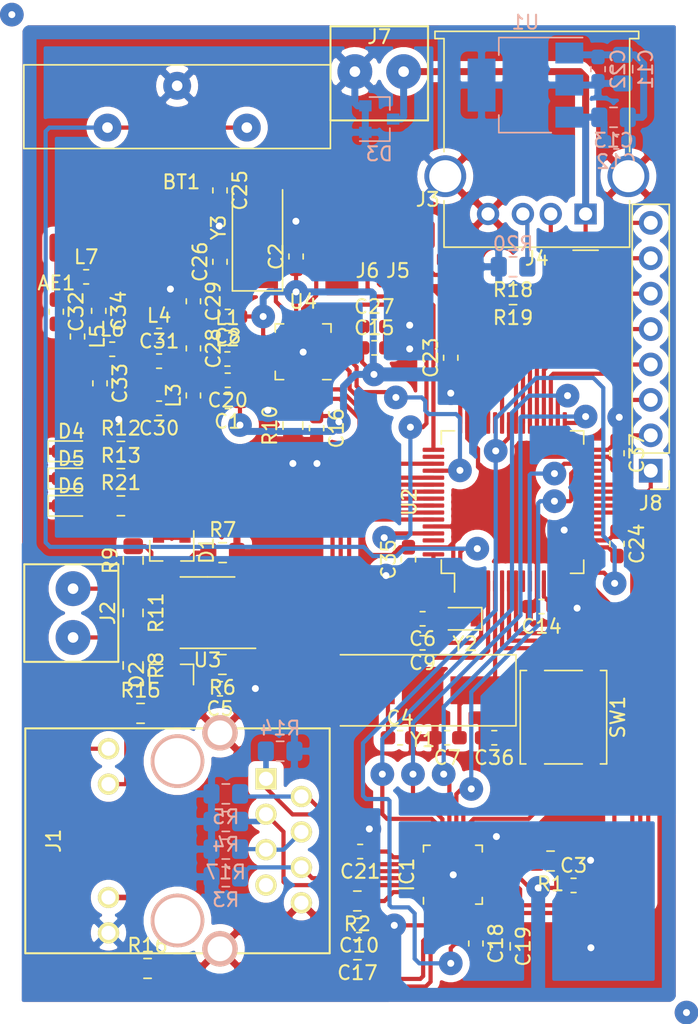
<source format=kicad_pcb>
(kicad_pcb (version 20171130) (host pcbnew 5.1.6-c6e7f7d~87~ubuntu18.04.1)
  (layers (0 F.Cu signal) (31 B.Cu signal) (34 B.Paste user) (35 F.Paste user) (36 B.SilkS user) (37 F.SilkS user) (38 B.Mask user) (39 F.Mask user) (44 Edge.Cuts user))
  (net 0 "")
  (net 1 "Net-(AE1-Pad1)")
  (net 2 GND)
  (net 3 "Net-(BT1-Pad1)")
  (net 4 VCC)
  (net 5 "Net-(C4-Pad1)")
  (net 6 "Net-(C6-Pad1)")
  (net 7 "Net-(C7-Pad1)")
  (net 8 "Net-(C9-Pad1)")
  (net 9 /VBUS)
  (net 10 "Net-(C18-Pad1)")
  (net 11 "Net-(C25-Pad1)")
  (net 12 "Net-(C26-Pad1)")
  (net 13 "Net-(C27-Pad1)")
  (net 14 "Net-(C28-Pad2)")
  (net 15 "Net-(C28-Pad1)")
  (net 16 "Net-(C30-Pad1)")
  (net 17 "Net-(C31-Pad1)")
  (net 18 "Net-(C32-Pad2)")
  (net 19 "Net-(C33-Pad1)")
  (net 20 "Net-(C34-Pad1)")
  (net 21 "Net-(D1-Pad1)")
  (net 22 "Net-(D2-Pad1)")
  (net 23 "Net-(IC1-Pad24)")
  (net 24 "Net-(IC1-Pad23)")
  (net 25 "Net-(IC1-Pad22)")
  (net 26 "Net-(IC1-Pad21)")
  (net 27 "Net-(IC1-Pad20)")
  (net 28 /TXD1)
  (net 29 /TXD0)
  (net 30 /TXEN)
  (net 31 /PHY_nRST)
  (net 32 /PHY_nINT)
  (net 33 /MDC)
  (net 34 /MDIO)
  (net 35 /CRS_DV)
  (net 36 "Net-(IC1-Pad10)")
  (net 37 /RXD0)
  (net 38 /RXD1)
  (net 39 /CLK_50M)
  (net 40 "Net-(IC1-Pad4)")
  (net 41 "Net-(IC1-Pad3)")
  (net 42 "Net-(IC1-Pad2)")
  (net 43 "Net-(J1-PadGK)")
  (net 44 "Net-(J1-PadYK)")
  (net 45 "Net-(J1-Pad4)")
  (net 46 "Net-(J2-Pad2)")
  (net 47 "Net-(J2-Pad1)")
  (net 48 /JTMS/SWDIO)
  (net 49 "Net-(L1-Pad2)")
  (net 50 "Net-(L2-Pad2)")
  (net 51 "Net-(R10-Pad2)")
  (net 52 /USB_DM)
  (net 53 /USB_DP)
  (net 54 "Net-(U2-Pad62)")
  (net 55 /UART_RX)
  (net 56 /UART_TX)
  (net 57 /485RST)
  (net 58 /NSS)
  (net 59 /MOSI)
  (net 60 /MISO)
  (net 61 /SCK)
  (net 62 "Net-(U2-Pad28)")
  (net 63 "Net-(U2-Pad22)")
  (net 64 "Net-(U2-Pad20)")
  (net 65 "Net-(U2-Pad17)")
  (net 66 "Net-(U2-Pad14)")
  (net 67 "Net-(U2-Pad11)")
  (net 68 "Net-(U2-Pad10)")
  (net 69 "Net-(U2-Pad2)")
  (net 70 "Net-(C36-Pad1)")
  (net 71 "Net-(U2-Pad21)")
  (net 72 "Net-(U2-Pad43)")
  (net 73 "Net-(J4-Pad3)")
  (net 74 "Net-(J4-Pad2)")
  (net 75 "Net-(U4-Pad6)")
  (net 76 "Net-(U4-Pad3)")
  (net 77 /JTCK/SWCLK)
  (net 78 /PC9)
  (net 79 /PC8)
  (net 80 /PC7)
  (net 81 /PC6)
  (net 82 /PB15)
  (net 83 /PB14)
  (net 84 /PB1)
  (net 85 /PB0)
  (net 86 "Net-(D4-Pad2)")
  (net 87 "Net-(D5-Pad2)")
  (net 88 "Net-(D6-Pad2)")
  (net 89 /led1)
  (net 90 /led2)
  (net 91 /led3)
  (net 92 "Net-(U2-Pad50)")
  (module Resistor_SMD:R_0805_2012Metric_Pad1.15x1.40mm_HandSolder (layer F.Cu) (at 50.927 60.1726)
    (fp_text reference R21 (at 0 -1.65) (layer F.SilkS))
    (fp_text value 100)
    (pad 2 smd roundrect (at 1.025 0) (size 1.15 1.4) (layers F.Cu F.Paste F.Mask) (roundrect_rratio 0.217391) (net 91 /led3))
    (pad 1 smd roundrect (at -1.025 0) (size 1.15 1.4) (layers F.Cu F.Paste F.Mask) (roundrect_rratio 0.217391) (net 88 "Net-(D6-Pad2)"))
  )
  (module Resistor_SMD:R_0805_2012Metric_Pad1.15x1.40mm_HandSolder (layer F.Cu) (at 50.927 58.2168)
    (fp_text reference R13 (at 0 -1.65) (layer F.SilkS))
    (fp_text value 100)
    (pad 2 smd roundrect (at 1.025 0) (size 1.15 1.4) (layers F.Cu F.Paste F.Mask) (roundrect_rratio 0.217391) (net 90 /led2))
    (pad 1 smd roundrect (at -1.025 0) (size 1.15 1.4) (layers F.Cu F.Paste F.Mask) (roundrect_rratio 0.217391) (net 87 "Net-(D5-Pad2)"))
  )
  (module Resistor_SMD:R_0805_2012Metric_Pad1.15x1.40mm_HandSolder (layer F.Cu) (at 50.927 56.261)
    (fp_text reference R12 (at 0 -1.65) (layer F.SilkS))
    (fp_text value 100)
    (pad 2 smd roundrect (at 1.025 0) (size 1.15 1.4) (layers F.Cu F.Paste F.Mask) (roundrect_rratio 0.217391) (net 89 /led1))
    (pad 1 smd roundrect (at -1.025 0) (size 1.15 1.4) (layers F.Cu F.Paste F.Mask) (roundrect_rratio 0.217391) (net 86 "Net-(D4-Pad2)"))
  )
  (module LED_SMD:LED_0603_1608Metric_Pad1.05x0.95mm_HandSolder (layer F.Cu) (at 47.371 60.1726)
    (fp_text reference D6 (at 0 -1.43) (layer F.SilkS))
    (fp_text value LED)
    (pad 2 smd roundrect (at 0.875 0) (size 1.05 0.95) (layers F.Cu F.Paste F.Mask) (net 88 "Net-(D6-Pad2)"))
    (pad 1 smd roundrect (at -0.875 0) (size 1.05 0.95) (layers F.Cu F.Paste F.Mask) (net 2 GND))
  )
  (module LED_SMD:LED_0603_1608Metric_Pad1.05x0.95mm_HandSolder (layer F.Cu) (at 47.371 58.2168)
    (fp_text reference D5 (at 0 -1.43) (layer F.SilkS))
    (fp_text value LED)
    (pad 2 smd roundrect (at 0.875 0) (size 1.05 0.95) (layers F.Cu F.Paste F.Mask) (net 87 "Net-(D5-Pad2)"))
    (pad 1 smd roundrect (at -0.875 0) (size 1.05 0.95) (layers F.Cu F.Paste F.Mask) (net 2 GND))
  )
  (module LED_SMD:LED_0603_1608Metric_Pad1.05x0.95mm_HandSolder (layer F.Cu) (at 47.371 56.261)
    (fp_text reference D4 (at 0 -1.43) (layer F.SilkS))
    (fp_text value LED)
    (pad 2 smd roundrect (at 0.875 0) (size 1.05 0.95) (layers F.Cu F.Paste F.Mask) (net 86 "Net-(D4-Pad2)"))
    (pad 1 smd roundrect (at -0.875 0) (size 1.05 0.95) (layers F.Cu F.Paste F.Mask) (net 2 GND))
  )
  (module Connector_PinHeader_2.54mm:PinHeader_1x08_P2.54mm_Vertical (layer F.Cu) (at 88.9508 57.658 180)
    (fp_text reference J8 (at 0 -2.33) (layer F.SilkS))
    (fp_text value DBG)
    (pad 8 thru_hole oval (at 0 17.78 180) (size 1.7 1.7) (drill 1) (layers *.Cu *.Mask) (net 78 /PC9))
    (pad 7 thru_hole oval (at 0 15.24 180) (size 1.7 1.7) (drill 1) (layers *.Cu *.Mask) (net 79 /PC8))
    (pad 6 thru_hole oval (at 0 12.7 180) (size 1.7 1.7) (drill 1) (layers *.Cu *.Mask) (net 80 /PC7))
    (pad 5 thru_hole oval (at 0 10.16 180) (size 1.7 1.7) (drill 1) (layers *.Cu *.Mask) (net 81 /PC6))
    (pad 4 thru_hole oval (at 0 7.62 180) (size 1.7 1.7) (drill 1) (layers *.Cu *.Mask) (net 82 /PB15))
    (pad 3 thru_hole oval (at 0 5.08 180) (size 1.7 1.7) (drill 1) (layers *.Cu *.Mask) (net 83 /PB14))
    (pad 2 thru_hole oval (at 0 2.54 180) (size 1.7 1.7) (drill 1) (layers *.Cu *.Mask) (net 84 /PB1))
    (pad 1 thru_hole rect (at 0 0 180) (size 1.7 1.7) (drill 1) (layers *.Cu *.Mask) (net 85 /PB0))
  )
  (module belkin:cc1101 (layer F.Cu) (at 64.008 49.1236 180)
    (fp_text reference U4 (at 0 3.6) (layer F.SilkS))
    (fp_text value CC1101)
    (pad 19 smd roundrect (at 0 0 180) (size 2 2) (layers F.Cu F.Paste F.Mask) (net 2 GND))
    (pad 1 smd roundrect (at -2 -1 180) (size 1.1 0.3) (layers F.Cu F.Paste F.Mask) (net 61 /SCK))
    (pad 3 smd roundrect (at -2 0 180) (size 1.1 0.3) (layers F.Cu F.Paste F.Mask) (net 76 "Net-(U4-Pad3)"))
    (pad 4 smd roundrect (at -2 0.5 180) (size 1.1 0.3) (layers F.Cu F.Paste F.Mask) (net 4 VCC))
    (pad 5 smd roundrect (at -2 1 180) (size 1.1 0.3) (layers F.Cu F.Paste F.Mask) (net 13 "Net-(C27-Pad1)"))
    (pad 2 smd roundrect (at -2 -0.5 180) (size 1.1 0.3) (layers F.Cu F.Paste F.Mask) (net 60 /MISO))
    (pad 8 smd roundrect (at 0 2 180) (size 0.3 1.1) (layers F.Cu F.Paste F.Mask) (net 11 "Net-(C25-Pad1)"))
    (pad 9 smd roundrect (at 0.5 2 180) (size 0.3 1.1) (layers F.Cu F.Paste F.Mask) (net 4 VCC))
    (pad 6 smd roundrect (at -1 2 180) (size 0.3 1.1) (layers F.Cu F.Paste F.Mask) (net 75 "Net-(U4-Pad6)"))
    (pad 10 smd roundrect (at 1 2 180) (size 0.3 1.1) (layers F.Cu F.Paste F.Mask) (net 12 "Net-(C26-Pad1)"))
    (pad 7 smd roundrect (at -0.5 2 180) (size 0.3 1.1) (layers F.Cu F.Paste F.Mask) (net 58 /NSS))
    (pad 11 smd roundrect (at 2 1 180) (size 1.1 0.3) (layers F.Cu F.Paste F.Mask) (net 4 VCC))
    (pad 12 smd roundrect (at 2 0.5 180) (size 1.1 0.3) (layers F.Cu F.Paste F.Mask) (net 49 "Net-(L1-Pad2)"))
    (pad 13 smd roundrect (at 2 0 180) (size 1.1 0.3) (layers F.Cu F.Paste F.Mask) (net 50 "Net-(L2-Pad2)"))
    (pad 14 smd roundrect (at 2 -0.5 180) (size 1.1 0.3) (layers F.Cu F.Paste F.Mask) (net 4 VCC))
    (pad 15 smd roundrect (at 2 -1 180) (size 1.1 0.3) (layers F.Cu F.Paste F.Mask) (net 4 VCC))
    (pad 16 smd roundrect (at 1 -2 180) (size 0.3 1.1) (layers F.Cu F.Paste F.Mask) (net 2 GND))
    (pad 17 smd roundrect (at 0.5 -2 180) (size 0.3 1.1) (layers F.Cu F.Paste F.Mask) (net 51 "Net-(R10-Pad2)"))
    (pad 18 smd roundrect (at 0 -2 180) (size 0.3 1.1) (layers F.Cu F.Paste F.Mask) (net 4 VCC))
    (pad 19 smd roundrect (at -0.5 -2 180) (size 0.3 1.1) (layers F.Cu F.Paste F.Mask) (net 2 GND))
    (pad 20 smd roundrect (at -1 -2 180) (size 0.3 1.1) (layers F.Cu F.Paste F.Mask) (net 59 /MOSI))
  )
  (module belkin:2032_vertical (layer F.Cu) (at 54.9656 31.5468)
    (fp_text reference BT1 (at 0.3 5.4) (layer F.SilkS))
    (fp_text value 3V)
    (pad 2 thru_hole circle (at 0 -1.5) (size 2 2) (drill 0.762) (layers *.Cu *.Mask) (net 2 GND))
    (pad 1 thru_hole circle (at 5 1.5) (size 2 2) (drill 0.762) (layers *.Cu *.Mask) (net 3 "Net-(BT1-Pad1)"))
    (pad 1 thru_hole circle (at -5 1.5) (size 2 2) (drill 0.762) (layers *.Cu *.Mask) (net 3 "Net-(BT1-Pad1)"))
  )
  (module belkin:KF350x2 (layer F.Cu) (at 69.469 29.0322 180)
    (fp_text reference J7 (at 0 2.5) (layer F.SilkS))
    (fp_text value Power)
    (pad 2 thru_hole circle (at 1.75 0 180) (size 2.5 2.5) (drill 0.762) (layers *.Cu *.Mask) (net 2 GND))
    (pad 1 thru_hole circle (at -1.75 0 180) (size 2.5 2.5) (drill 0.762) (layers *.Cu *.Mask) (net 9 /VBUS))
  )
  (module Diode_SMD:D_SOT-23_ANK (layer B.Cu) (at 69.469 32.4358)
    (fp_text reference D3 (at 0 2.5) (layer B.SilkS) (effects (justify mirror)))
    (fp_text value BZX84-C5V1)
    (pad 1 smd rect (at 1 0) (size 0.9 0.8) (layers B.Cu B.Paste B.Mask) (net 9 /VBUS))
    (pad "" smd rect (at -1 -0.95) (size 0.9 0.8) (layers B.Cu B.Paste B.Mask))
    (pad 2 smd rect (at -1 0.95) (size 0.9 0.8) (layers B.Cu B.Paste B.Mask) (net 2 GND))
  )
  (module Connector_Wire:SolderWirePad_1x01_SMD_1x2mm (layer F.Cu) (at 68.6308 40.767 180)
    (fp_text reference J6 (at 0 -2.54) (layer F.SilkS))
    (fp_text value .)
    (pad 1 smd roundrect (at 0 0 180) (size 1 2) (layers F.Cu F.Paste F.Mask) (net 77 /JTCK/SWCLK))
  )
  (module Connector_Wire:SolderWirePad_1x01_SMD_1x2mm (layer F.Cu) (at 70.8152 40.767 180)
    (fp_text reference J5 (at 0 -2.54) (layer F.SilkS))
    (fp_text value .)
    (pad 1 smd roundrect (at 0 0 180) (size 1 2) (layers F.Cu F.Paste F.Mask) (net 2 GND))
  )
  (module Connector_Wire:SolderWirePad_1x01_SMD_1x2mm (layer F.Cu) (at 72.9488 40.7416)
    (fp_text reference J3 (at 0 -2.54) (layer F.SilkS))
    (fp_text value .)
    (pad 1 smd roundrect (at 0 0) (size 1 2) (layers F.Cu F.Paste F.Mask) (net 48 /JTMS/SWDIO))
  )
  (module Connector_USB:USB_A_Molex_67643_Horizontal (layer F.Cu) (at 84.2772 39.243 180)
    (fp_text reference J4 (at 3.5 -3.19) (layer F.SilkS))
    (fp_text value USB_B)
    (pad 4 thru_hole circle (at 7 0 180) (size 1.6 1.6) (drill 0.95) (layers *.Cu *.Mask) (net 2 GND))
    (pad 3 thru_hole circle (at 4.5 0 180) (size 1.6 1.6) (drill 0.95) (layers *.Cu *.Mask) (net 73 "Net-(J4-Pad3)"))
    (pad 2 thru_hole circle (at 2.5 0 180) (size 1.6 1.6) (drill 0.95) (layers *.Cu *.Mask) (net 74 "Net-(J4-Pad2)"))
    (pad 1 thru_hole rect (at 0 0 180) (size 1.6 1.5) (drill 0.95) (layers *.Cu *.Mask) (net 9 /VBUS))
    (pad 5 thru_hole circle (at 10.07 2.71 180) (size 3 3) (drill 2.3) (layers *.Cu *.Mask) (net 2 GND))
    (pad 5 thru_hole circle (at -3.07 2.71 180) (size 3 3) (drill 2.3) (layers *.Cu *.Mask) (net 2 GND))
  )
  (module Capacitor_SMD:C_0805_2012Metric_Pad1.15x1.40mm_HandSolder (layer B.Cu) (at 86.2838 32.3088)
    (fp_text reference C13 (at 0 1.65) (layer B.SilkS) (effects (justify mirror)))
    (fp_text value 4.7uF)
    (pad 2 smd roundrect (at 1.025 0) (size 1.15 1.4) (layers B.Cu B.Paste B.Mask) (roundrect_rratio 0.217391) (net 2 GND))
    (pad 1 smd roundrect (at -1.025 0) (size 1.15 1.4) (layers B.Cu B.Paste B.Mask) (roundrect_rratio 0.217391) (net 9 /VBUS))
  )
  (module Capacitor_SMD:C_0603_1608Metric_Pad1.05x0.95mm_HandSolder (layer F.Cu) (at 86.52764 56.40324 270)
    (fp_text reference C37 (at 0 -1.43 90) (layer F.SilkS))
    (fp_text value 100nF)
    (pad 2 smd roundrect (at 0.875 0 270) (size 1.05 0.95) (layers F.Cu F.Paste F.Mask) (net 2 GND))
    (pad 1 smd roundrect (at -0.875 0 270) (size 1.05 0.95) (layers F.Cu F.Paste F.Mask) (net 4 VCC))
  )
  (module Capacitor_SMD:C_0603_1608Metric_Pad1.05x0.95mm_HandSolder (layer F.Cu) (at 77.724 76.8096 180)
    (fp_text reference C36 (at 0 -1.43) (layer F.SilkS))
    (fp_text value 100nF)
    (pad 2 smd roundrect (at 0.875 0 180) (size 1.05 0.95) (layers F.Cu F.Paste F.Mask) (net 2 GND))
    (pad 1 smd roundrect (at -0.875 0 180) (size 1.05 0.95) (layers F.Cu F.Paste F.Mask) (net 70 "Net-(C36-Pad1)"))
  )
  (module Package_QFP:LQFP-64_10x10mm_P0.5mm (layer F.Cu) (at 79.0321 59.9059 90)
    (fp_text reference U2 (at 0 -7.4 90) (layer F.SilkS))
    (fp_text value STM32F107RC_Short_Name)
    (pad 1 smd roundrect (at -5.675 -3.75 90) (size 1.55 0.3) (layers F.Cu F.Paste F.Mask) (net 3 "Net-(BT1-Pad1)"))
    (pad 2 smd roundrect (at -5.675 -3.25 90) (size 1.55 0.3) (layers F.Cu F.Paste F.Mask) (net 69 "Net-(U2-Pad2)"))
    (pad 3 smd roundrect (at -5.675 -2.75 90) (size 1.55 0.3) (layers F.Cu F.Paste F.Mask) (net 6 "Net-(C6-Pad1)"))
    (pad 4 smd roundrect (at -5.675 -2.25 90) (size 1.55 0.3) (layers F.Cu F.Paste F.Mask) (net 8 "Net-(C9-Pad1)"))
    (pad 5 smd roundrect (at -5.675 -1.75 90) (size 1.55 0.3) (layers F.Cu F.Paste F.Mask) (net 5 "Net-(C4-Pad1)"))
    (pad 6 smd roundrect (at -5.675 -1.25 90) (size 1.55 0.3) (layers F.Cu F.Paste F.Mask) (net 7 "Net-(C7-Pad1)"))
    (pad 7 smd roundrect (at -5.675 -0.75 90) (size 1.55 0.3) (layers F.Cu F.Paste F.Mask) (net 70 "Net-(C36-Pad1)"))
    (pad 8 smd roundrect (at -5.675 -0.25 90) (size 1.55 0.3) (layers F.Cu F.Paste F.Mask) (net 32 /PHY_nINT))
    (pad 9 smd roundrect (at -5.675 0.25 90) (size 1.55 0.3) (layers F.Cu F.Paste F.Mask) (net 33 /MDC))
    (pad 10 smd roundrect (at -5.675 0.75 90) (size 1.55 0.3) (layers F.Cu F.Paste F.Mask) (net 68 "Net-(U2-Pad10)"))
    (pad 11 smd roundrect (at -5.675 1.25 90) (size 1.55 0.3) (layers F.Cu F.Paste F.Mask) (net 67 "Net-(U2-Pad11)"))
    (pad 12 smd roundrect (at -5.675 1.75 90) (size 1.55 0.3) (layers F.Cu F.Paste F.Mask) (net 2 GND))
    (pad 13 smd roundrect (at -5.675 2.25 90) (size 1.55 0.3) (layers F.Cu F.Paste F.Mask) (net 4 VCC))
    (pad 14 smd roundrect (at -5.675 2.75 90) (size 1.55 0.3) (layers F.Cu F.Paste F.Mask) (net 66 "Net-(U2-Pad14)"))
    (pad 15 smd roundrect (at -5.675 3.25 90) (size 1.55 0.3) (layers F.Cu F.Paste F.Mask) (net 39 /CLK_50M))
    (pad 16 smd roundrect (at -5.675 3.75 90) (size 1.55 0.3) (layers F.Cu F.Paste F.Mask) (net 34 /MDIO))
    (pad 17 smd roundrect (at -3.75 5.675 90) (size 0.3 1.55) (layers F.Cu F.Paste F.Mask) (net 65 "Net-(U2-Pad17)"))
    (pad 18 smd roundrect (at -3.25 5.675 90) (size 0.3 1.55) (layers F.Cu F.Paste F.Mask) (net 2 GND))
    (pad 19 smd roundrect (at -2.75 5.675 90) (size 0.3 1.55) (layers F.Cu F.Paste F.Mask) (net 4 VCC))
    (pad 20 smd roundrect (at -2.25 5.675 90) (size 0.3 1.55) (layers F.Cu F.Paste F.Mask) (net 64 "Net-(U2-Pad20)"))
    (pad 21 smd roundrect (at -1.75 5.675 90) (size 0.3 1.55) (layers F.Cu F.Paste F.Mask) (net 71 "Net-(U2-Pad21)"))
    (pad 22 smd roundrect (at -1.25 5.675 90) (size 0.3 1.55) (layers F.Cu F.Paste F.Mask) (net 63 "Net-(U2-Pad22)"))
    (pad 23 smd roundrect (at -0.75 5.675 90) (size 0.3 1.55) (layers F.Cu F.Paste F.Mask) (net 35 /CRS_DV))
    (pad 24 smd roundrect (at -0.25 5.675 90) (size 0.3 1.55) (layers F.Cu F.Paste F.Mask) (net 37 /RXD0))
    (pad 25 smd roundrect (at 0.25 5.675 90) (size 0.3 1.55) (layers F.Cu F.Paste F.Mask) (net 38 /RXD1))
    (pad 26 smd roundrect (at 0.75 5.675 90) (size 0.3 1.55) (layers F.Cu F.Paste F.Mask) (net 85 /PB0))
    (pad 27 smd roundrect (at 1.25 5.675 90) (size 0.3 1.55) (layers F.Cu F.Paste F.Mask) (net 84 /PB1))
    (pad 28 smd roundrect (at 1.75 5.675 90) (size 0.3 1.55) (layers F.Cu F.Paste F.Mask) (net 62 "Net-(U2-Pad28)"))
    (pad 29 smd roundrect (at 2.25 5.675 90) (size 0.3 1.55) (layers F.Cu F.Paste F.Mask) (net 31 /PHY_nRST))
    (pad 30 smd roundrect (at 2.75 5.675 90) (size 0.3 1.55) (layers F.Cu F.Paste F.Mask) (net 30 /TXEN))
    (pad 31 smd roundrect (at 3.25 5.675 90) (size 0.3 1.55) (layers F.Cu F.Paste F.Mask) (net 2 GND))
    (pad 32 smd roundrect (at 3.75 5.675 90) (size 0.3 1.55) (layers F.Cu F.Paste F.Mask) (net 4 VCC))
    (pad 33 smd roundrect (at 5.675 3.75 90) (size 1.55 0.3) (layers F.Cu F.Paste F.Mask) (net 29 /TXD0))
    (pad 34 smd roundrect (at 5.675 3.25 90) (size 1.55 0.3) (layers F.Cu F.Paste F.Mask) (net 28 /TXD1))
    (pad 35 smd roundrect (at 5.675 2.75 90) (size 1.55 0.3) (layers F.Cu F.Paste F.Mask) (net 83 /PB14))
    (pad 36 smd roundrect (at 5.675 2.25 90) (size 1.55 0.3) (layers F.Cu F.Paste F.Mask) (net 82 /PB15))
    (pad 37 smd roundrect (at 5.675 1.75 90) (size 1.55 0.3) (layers F.Cu F.Paste F.Mask) (net 81 /PC6))
    (pad 38 smd roundrect (at 5.675 1.25 90) (size 1.55 0.3) (layers F.Cu F.Paste F.Mask) (net 80 /PC7))
    (pad 39 smd roundrect (at 5.675 0.75 90) (size 1.55 0.3) (layers F.Cu F.Paste F.Mask) (net 79 /PC8))
    (pad 40 smd roundrect (at 5.675 0.25 90) (size 1.55 0.3) (layers F.Cu F.Paste F.Mask) (net 78 /PC9))
    (pad 41 smd roundrect (at 5.675 -0.25 90) (size 1.55 0.3) (layers F.Cu F.Paste F.Mask) (net 39 /CLK_50M))
    (pad 42 smd roundrect (at 5.675 -0.75 90) (size 1.55 0.3) (layers F.Cu F.Paste F.Mask) (net 9 /VBUS))
    (pad 43 smd roundrect (at 5.675 -1.25 90) (size 1.55 0.3) (layers F.Cu F.Paste F.Mask) (net 72 "Net-(U2-Pad43)"))
    (pad 44 smd roundrect (at 5.675 -1.75 90) (size 1.55 0.3) (layers F.Cu F.Paste F.Mask) (net 52 /USB_DM))
    (pad 45 smd roundrect (at 5.675 -2.25 90) (size 1.55 0.3) (layers F.Cu F.Paste F.Mask) (net 53 /USB_DP))
    (pad 46 smd roundrect (at 5.675 -2.75 90) (size 1.55 0.3) (layers F.Cu F.Paste F.Mask) (net 48 /JTMS/SWDIO))
    (pad 47 smd roundrect (at 5.675 -3.25 90) (size 1.55 0.3) (layers F.Cu F.Paste F.Mask) (net 2 GND))
    (pad 48 smd roundrect (at 5.675 -3.75 90) (size 1.55 0.3) (layers F.Cu F.Paste F.Mask) (net 4 VCC))
    (pad 49 smd roundrect (at 3.75 -5.675 90) (size 0.3 1.55) (layers F.Cu F.Paste F.Mask) (net 77 /JTCK/SWCLK))
    (pad 50 smd roundrect (at 3.25 -5.675 90) (size 0.3 1.55) (layers F.Cu F.Paste F.Mask) (net 92 "Net-(U2-Pad50)"))
    (pad 51 smd roundrect (at 2.75 -5.675 90) (size 0.3 1.55) (layers F.Cu F.Paste F.Mask) (net 61 /SCK))
    (pad 52 smd roundrect (at 2.25 -5.675 90) (size 0.3 1.55) (layers F.Cu F.Paste F.Mask) (net 60 /MISO))
    (pad 53 smd roundrect (at 1.75 -5.675 90) (size 0.3 1.55) (layers F.Cu F.Paste F.Mask) (net 59 /MOSI))
    (pad 54 smd roundrect (at 1.25 -5.675 90) (size 0.3 1.55) (layers F.Cu F.Paste F.Mask) (net 89 /led1))
    (pad 55 smd roundrect (at 0.75 -5.675 90) (size 0.3 1.55) (layers F.Cu F.Paste F.Mask) (net 90 /led2))
    (pad 56 smd roundrect (at 0.25 -5.675 90) (size 0.3 1.55) (layers F.Cu F.Paste F.Mask) (net 91 /led3))
    (pad 57 smd roundrect (at -0.25 -5.675 90) (size 0.3 1.55) (layers F.Cu F.Paste F.Mask) (net 57 /485RST))
    (pad 58 smd roundrect (at -0.75 -5.675 90) (size 0.3 1.55) (layers F.Cu F.Paste F.Mask) (net 56 /UART_TX))
    (pad 59 smd roundrect (at -1.25 -5.675 90) (size 0.3 1.55) (layers F.Cu F.Paste F.Mask) (net 55 /UART_RX))
    (pad 60 smd roundrect (at -1.75 -5.675 90) (size 0.3 1.55) (layers F.Cu F.Paste F.Mask) (net 2 GND))
    (pad 61 smd roundrect (at -2.25 -5.675 90) (size 0.3 1.55) (layers F.Cu F.Paste F.Mask) (net 58 /NSS))
    (pad 62 smd roundrect (at -2.75 -5.675 90) (size 0.3 1.55) (layers F.Cu F.Paste F.Mask) (net 54 "Net-(U2-Pad62)"))
    (pad 63 smd roundrect (at -3.25 -5.675 90) (size 0.3 1.55) (layers F.Cu F.Paste F.Mask) (net 2 GND))
    (pad 64 smd roundrect (at -3.75 -5.675 90) (size 0.3 1.55) (layers F.Cu F.Paste F.Mask) (net 4 VCC))
  )
  (module Crystal:Crystal_SMD_HC49-SD (layer F.Cu) (at 72.5805 73.406 180)
    (fp_text reference Y1 (at 0 -3.55) (layer F.SilkS))
    (fp_text value 25MHz)
    (pad 2 smd rect (at 4.25 0 180) (size 4.5 2) (layers F.Cu F.Paste F.Mask) (net 5 "Net-(C4-Pad1)"))
    (pad 1 smd rect (at -4.25 0 180) (size 4.5 2) (layers F.Cu F.Paste F.Mask) (net 7 "Net-(C7-Pad1)"))
  )
  (module Crystal:Crystal_SMD_2012-2Pin_2.0x1.2mm (layer F.Cu) (at 75.6285 68.2752 180)
    (fp_text reference Y2 (at 0 -1.8) (layer F.SilkS))
    (fp_text value 32768)
    (pad 2 smd rect (at 0.7 0 180) (size 0.6 1.1) (layers F.Cu F.Paste F.Mask) (net 6 "Net-(C6-Pad1)"))
    (pad 1 smd rect (at -0.7 0 180) (size 0.6 1.1) (layers F.Cu F.Paste F.Mask) (net 8 "Net-(C9-Pad1)"))
  )
  (module Diode_SMD:D_SOT-23_ANK (layer F.Cu) (at 54.57952 63.37046 270)
    (fp_text reference D1 (at 0 -2.5 90) (layer F.SilkS))
    (fp_text value BZX84-C5V1)
    (pad 1 smd rect (at 1 0 270) (size 0.9 0.8) (layers F.Cu F.Paste F.Mask) (net 21 "Net-(D1-Pad1)"))
    (pad "" smd rect (at -1 0.95 270) (size 0.9 0.8) (layers F.Cu F.Paste F.Mask) (net 2 GND))
    (pad 2 smd rect (at -1 -0.95 270) (size 0.9 0.8) (layers F.Cu F.Paste F.Mask) (net 2 GND))
  )
  (module Resistor_SMD:R_0805_2012Metric_Pad1.15x1.40mm_HandSolder (layer F.Cu) (at 51.80838 67.8561 270)
    (fp_text reference R11 (at 0 -1.65 90) (layer F.SilkS))
    (fp_text value 100)
    (pad 2 smd roundrect (at 1.025 0 270) (size 1.15 1.4) (layers F.Cu F.Paste F.Mask) (roundrect_rratio 0.217391) (net 47 "Net-(J2-Pad1)"))
    (pad 1 smd roundrect (at -1.025 0 270) (size 1.15 1.4) (layers F.Cu F.Paste F.Mask) (roundrect_rratio 0.217391) (net 46 "Net-(J2-Pad2)"))
  )
  (module Crystal:Crystal_SMD_5032-2Pin_5.0x3.2mm_HandSoldering (layer F.Cu) (at 60.7314 40.2082 90)
    (fp_text reference Y3 (at 0 -2.8 90) (layer F.SilkS))
    (fp_text value 26MHz)
    (pad 2 smd rect (at 2.6 0 90) (size 3.5 2.4) (layers F.Cu F.Paste F.Mask) (net 11 "Net-(C25-Pad1)"))
    (pad 1 smd rect (at -2.6 0 90) (size 3.5 2.4) (layers F.Cu F.Paste F.Mask) (net 12 "Net-(C26-Pad1)"))
  )
  (module Package_SO:SOP-8_3.9x4.9mm_P1.27mm (layer F.Cu) (at 57.14492 67.83578 180)
    (fp_text reference U3 (at 0 -3.4) (layer F.SilkS))
    (fp_text value ADM3485)
    (pad 8 smd roundrect (at 2.625 -1.905 180) (size 1.65 0.6) (layers F.Cu F.Paste F.Mask) (net 4 VCC))
    (pad 7 smd roundrect (at 2.625 -0.635 180) (size 1.65 0.6) (layers F.Cu F.Paste F.Mask) (net 22 "Net-(D2-Pad1)"))
    (pad 6 smd roundrect (at 2.625 0.635 180) (size 1.65 0.6) (layers F.Cu F.Paste F.Mask) (net 21 "Net-(D1-Pad1)"))
    (pad 5 smd roundrect (at 2.625 1.905 180) (size 1.65 0.6) (layers F.Cu F.Paste F.Mask) (net 2 GND))
    (pad 4 smd roundrect (at -2.625 1.905 180) (size 1.65 0.6) (layers F.Cu F.Paste F.Mask) (net 56 /UART_TX))
    (pad 3 smd roundrect (at -2.625 0.635 180) (size 1.65 0.6) (layers F.Cu F.Paste F.Mask) (net 57 /485RST))
    (pad 2 smd roundrect (at -2.625 -0.635 180) (size 1.65 0.6) (layers F.Cu F.Paste F.Mask) (net 57 /485RST))
    (pad 1 smd roundrect (at -2.625 -1.905 180) (size 1.65 0.6) (layers F.Cu F.Paste F.Mask) (net 55 /UART_RX))
  )
  (module Package_TO_SOT_SMD:SOT-223-3_TabPin2 (layer B.Cu) (at 79.9592 29.9974 180)
    (fp_text reference U1 (at 0 4.5) (layer B.SilkS) (effects (justify mirror)))
    (fp_text value NCP1117ST33T3G)
    (pad 1 smd rect (at -3.15 2.3 180) (size 2 1.5) (layers B.Cu B.Paste B.Mask) (net 2 GND))
    (pad 3 smd rect (at -3.15 -2.3 180) (size 2 1.5) (layers B.Cu B.Paste B.Mask) (net 9 /VBUS))
    (pad 2 smd rect (at -3.15 0 180) (size 2 1.5) (layers B.Cu B.Paste B.Mask) (net 4 VCC))
    (pad 2 smd rect (at 3.15 0 180) (size 2 3.8) (layers B.Cu B.Paste B.Mask) (net 4 VCC))
  )
  (module Button_Switch_SMD:SW_SPST_EVQP0 (layer F.Cu) (at 82.6897 75.3364 270)
    (fp_text reference SW1 (at 0 -3.9 90) (layer F.SilkS))
    (fp_text value RESET)
    (pad 2 smd rect (at 2.88 2 270) (size 2.75 1) (layers F.Cu F.Paste F.Mask) (net 70 "Net-(C36-Pad1)"))
    (pad 2 smd rect (at -2.88 2 270) (size 2.75 1) (layers F.Cu F.Paste F.Mask) (net 70 "Net-(C36-Pad1)"))
    (pad 1 smd rect (at -2.88 -2 270) (size 2.75 1) (layers F.Cu F.Paste F.Mask) (net 2 GND))
    (pad 1 smd rect (at 2.88 -2 270) (size 2.75 1) (layers F.Cu F.Paste F.Mask) (net 2 GND))
  )
  (module Resistor_SMD:R_0805_2012Metric_Pad1.15x1.40mm_HandSolder (layer B.Cu) (at 79.0702 43.0276 180)
    (fp_text reference R20 (at 0 1.65 180) (layer B.SilkS) (effects (justify mirror)))
    (fp_text value 1K5)
    (pad 2 smd roundrect (at 1.025 0 180) (size 1.15 1.4) (layers B.Cu B.Paste B.Mask) (roundrect_rratio 0.217391) (net 4 VCC))
    (pad 1 smd roundrect (at -1.025 0 180) (size 1.15 1.4) (layers B.Cu B.Paste B.Mask) (roundrect_rratio 0.217391) (net 73 "Net-(J4-Pad3)"))
  )
  (module Resistor_SMD:R_0805_2012Metric_Pad1.15x1.40mm_HandSolder (layer F.Cu) (at 79.0702 45.0342 180)
    (fp_text reference R19 (at 0 -1.65) (layer F.SilkS))
    (fp_text value 22)
    (pad 2 smd roundrect (at 1.025 0 180) (size 1.15 1.4) (layers F.Cu F.Paste F.Mask) (roundrect_rratio 0.217391) (net 52 /USB_DM))
    (pad 1 smd roundrect (at -1.025 0 180) (size 1.15 1.4) (layers F.Cu F.Paste F.Mask) (roundrect_rratio 0.217391) (net 74 "Net-(J4-Pad2)"))
  )
  (module Resistor_SMD:R_0805_2012Metric_Pad1.15x1.40mm_HandSolder (layer F.Cu) (at 79.0702 43.0276 180)
    (fp_text reference R18 (at 0 -1.65) (layer F.SilkS))
    (fp_text value 22)
    (pad 2 smd roundrect (at 1.025 0 180) (size 1.15 1.4) (layers F.Cu F.Paste F.Mask) (roundrect_rratio 0.217391) (net 53 /USB_DP))
    (pad 1 smd roundrect (at -1.025 0 180) (size 1.15 1.4) (layers F.Cu F.Paste F.Mask) (roundrect_rratio 0.217391) (net 73 "Net-(J4-Pad3)"))
  )
  (module Resistor_SMD:R_0805_2012Metric_Pad1.15x1.40mm_HandSolder (layer B.Cu) (at 58.4581 84.7979)
    (fp_text reference R17 (at 0 1.65) (layer B.SilkS) (effects (justify mirror)))
    (fp_text value 0)
    (pad 2 smd roundrect (at 1.025 0) (size 1.15 1.4) (layers B.Cu B.Paste B.Mask) (roundrect_rratio 0.217391) (net 45 "Net-(J1-Pad4)"))
    (pad 1 smd roundrect (at -1.025 0) (size 1.15 1.4) (layers B.Cu B.Paste B.Mask) (roundrect_rratio 0.217391) (net 4 VCC))
  )
  (module Resistor_SMD:R_0805_2012Metric_Pad1.15x1.40mm_HandSolder (layer F.Cu) (at 52.8447 93.35262)
    (fp_text reference R16 (at 0 -1.65) (layer F.SilkS))
    (fp_text value 330)
    (pad 2 smd roundrect (at 1.025 0) (size 1.15 1.4) (layers F.Cu F.Paste F.Mask) (roundrect_rratio 0.217391) (net 42 "Net-(IC1-Pad2)"))
    (pad 1 smd roundrect (at -1.025 0) (size 1.15 1.4) (layers F.Cu F.Paste F.Mask) (roundrect_rratio 0.217391) (net 44 "Net-(J1-PadYK)"))
  )
  (module Resistor_SMD:R_0805_2012Metric_Pad1.15x1.40mm_HandSolder (layer F.Cu) (at 52.34178 75.05954)
    (fp_text reference R15 (at 0 -1.65) (layer F.SilkS))
    (fp_text value 330)
    (pad 2 smd roundrect (at 1.025 0) (size 1.15 1.4) (layers F.Cu F.Paste F.Mask) (roundrect_rratio 0.217391) (net 2 GND))
    (pad 1 smd roundrect (at -1.025 0) (size 1.15 1.4) (layers F.Cu F.Paste F.Mask) (roundrect_rratio 0.217391) (net 43 "Net-(J1-PadGK)"))
  )
  (module Resistor_SMD:R_0805_2012Metric_Pad1.15x1.40mm_HandSolder (layer B.Cu) (at 62.357 77.7748 180)
    (fp_text reference R14 (at 0 1.65) (layer B.SilkS) (effects (justify mirror)))
    (fp_text value 49.9)
    (pad 2 smd roundrect (at 1.025 0 180) (size 1.15 1.4) (layers B.Cu B.Paste B.Mask) (roundrect_rratio 0.217391) (net 26 "Net-(IC1-Pad21)"))
    (pad 1 smd roundrect (at -1.025 0 180) (size 1.15 1.4) (layers B.Cu B.Paste B.Mask) (roundrect_rratio 0.217391) (net 4 VCC))
  )
  (module Resistor_SMD:R_0805_2012Metric_Pad1.15x1.40mm_HandSolder (layer F.Cu) (at 63.2714 54.4195 90)
    (fp_text reference R10 (at 0 -1.65 90) (layer F.SilkS))
    (fp_text value 10K)
    (pad 2 smd roundrect (at 1.025 0 90) (size 1.15 1.4) (layers F.Cu F.Paste F.Mask) (roundrect_rratio 0.217391) (net 51 "Net-(R10-Pad2)"))
    (pad 1 smd roundrect (at -1.025 0 90) (size 1.15 1.4) (layers F.Cu F.Paste F.Mask) (roundrect_rratio 0.217391) (net 2 GND))
  )
  (module Resistor_SMD:R_0805_2012Metric_Pad1.15x1.40mm_HandSolder (layer F.Cu) (at 51.81346 64.0969 90)
    (fp_text reference R9 (at 0 -1.65 90) (layer F.SilkS))
    (fp_text value 100)
    (pad 2 smd roundrect (at 1.025 0 90) (size 1.15 1.4) (layers F.Cu F.Paste F.Mask) (roundrect_rratio 0.217391) (net 21 "Net-(D1-Pad1)"))
    (pad 1 smd roundrect (at -1.025 0 90) (size 1.15 1.4) (layers F.Cu F.Paste F.Mask) (roundrect_rratio 0.217391) (net 46 "Net-(J2-Pad2)"))
  )
  (module Resistor_SMD:R_0805_2012Metric_Pad1.15x1.40mm_HandSolder (layer F.Cu) (at 51.8033 71.62546 270)
    (fp_text reference R8 (at 0 -1.65 90) (layer F.SilkS))
    (fp_text value 100)
    (pad 2 smd roundrect (at 1.025 0 270) (size 1.15 1.4) (layers F.Cu F.Paste F.Mask) (roundrect_rratio 0.217391) (net 22 "Net-(D2-Pad1)"))
    (pad 1 smd roundrect (at -1.025 0 270) (size 1.15 1.4) (layers F.Cu F.Paste F.Mask) (roundrect_rratio 0.217391) (net 47 "Net-(J2-Pad1)"))
  )
  (module Resistor_SMD:R_0805_2012Metric_Pad1.15x1.40mm_HandSolder (layer F.Cu) (at 58.23088 63.53302)
    (fp_text reference R7 (at 0 -1.65) (layer F.SilkS))
    (fp_text value 1k)
    (pad 2 smd roundrect (at 1.025 0) (size 1.15 1.4) (layers F.Cu F.Paste F.Mask) (roundrect_rratio 0.217391) (net 2 GND))
    (pad 1 smd roundrect (at -1.025 0) (size 1.15 1.4) (layers F.Cu F.Paste F.Mask) (roundrect_rratio 0.217391) (net 21 "Net-(D1-Pad1)"))
  )
  (module Resistor_SMD:R_0805_2012Metric_Pad1.15x1.40mm_HandSolder (layer F.Cu) (at 58.21172 71.55434 180)
    (fp_text reference R6 (at 0 -1.65) (layer F.SilkS))
    (fp_text value 1k)
    (pad 2 smd roundrect (at 1.025 0 180) (size 1.15 1.4) (layers F.Cu F.Paste F.Mask) (roundrect_rratio 0.217391) (net 22 "Net-(D2-Pad1)"))
    (pad 1 smd roundrect (at -1.025 0 180) (size 1.15 1.4) (layers F.Cu F.Paste F.Mask) (roundrect_rratio 0.217391) (net 4 VCC))
  )
  (module Resistor_SMD:R_0805_2012Metric_Pad1.15x1.40mm_HandSolder (layer B.Cu) (at 58.4581 80.8355)
    (fp_text reference R5 (at 0 1.65) (layer B.SilkS) (effects (justify mirror)))
    (fp_text value 49.9)
    (pad 2 smd roundrect (at 1.025 0) (size 1.15 1.4) (layers B.Cu B.Paste B.Mask) (roundrect_rratio 0.217391) (net 27 "Net-(IC1-Pad20)"))
    (pad 1 smd roundrect (at -1.025 0) (size 1.15 1.4) (layers B.Cu B.Paste B.Mask) (roundrect_rratio 0.217391) (net 4 VCC))
  )
  (module Resistor_SMD:R_0805_2012Metric_Pad1.15x1.40mm_HandSolder (layer B.Cu) (at 58.4581 82.8167)
    (fp_text reference R4 (at 0 1.65) (layer B.SilkS) (effects (justify mirror)))
    (fp_text value 49.9)
    (pad 2 smd roundrect (at 1.025 0) (size 1.15 1.4) (layers B.Cu B.Paste B.Mask) (roundrect_rratio 0.217391) (net 24 "Net-(IC1-Pad23)"))
    (pad 1 smd roundrect (at -1.025 0) (size 1.15 1.4) (layers B.Cu B.Paste B.Mask) (roundrect_rratio 0.217391) (net 4 VCC))
  )
  (module Resistor_SMD:R_0805_2012Metric_Pad1.15x1.40mm_HandSolder (layer B.Cu) (at 58.4581 86.7791)
    (fp_text reference R3 (at 0 1.65) (layer B.SilkS) (effects (justify mirror)))
    (fp_text value 49.9)
    (pad 2 smd roundrect (at 1.025 0) (size 1.15 1.4) (layers B.Cu B.Paste B.Mask) (roundrect_rratio 0.217391) (net 25 "Net-(IC1-Pad22)"))
    (pad 1 smd roundrect (at -1.025 0) (size 1.15 1.4) (layers B.Cu B.Paste B.Mask) (roundrect_rratio 0.217391) (net 4 VCC))
  )
  (module Resistor_SMD:R_0805_2012Metric_Pad1.15x1.40mm_HandSolder (layer F.Cu) (at 67.89674 88.51646 180)
    (fp_text reference R2 (at 0 -1.65) (layer F.SilkS))
    (fp_text value 12.1K)
    (pad 2 smd roundrect (at 1.025 0 180) (size 1.15 1.4) (layers F.Cu F.Paste F.Mask) (roundrect_rratio 0.217391) (net 2 GND))
    (pad 1 smd roundrect (at -1.025 0 180) (size 1.15 1.4) (layers F.Cu F.Paste F.Mask) (roundrect_rratio 0.217391) (net 23 "Net-(IC1-Pad24)"))
  )
  (module Resistor_SMD:R_0805_2012Metric_Pad1.15x1.40mm_HandSolder (layer F.Cu) (at 81.7626 85.6488 180)
    (fp_text reference R1 (at 0 -1.65) (layer F.SilkS))
    (fp_text value 10K)
    (pad 2 smd roundrect (at 1.025 0 180) (size 1.15 1.4) (layers F.Cu F.Paste F.Mask) (roundrect_rratio 0.217391) (net 36 "Net-(IC1-Pad10)"))
    (pad 1 smd roundrect (at -1.025 0 180) (size 1.15 1.4) (layers F.Cu F.Paste F.Mask) (roundrect_rratio 0.217391) (net 2 GND))
  )
  (module Inductor_SMD:L_0603_1608Metric_Pad1.05x0.95mm_HandSolder (layer F.Cu) (at 48.4378 43.7515)
    (fp_text reference L7 (at 0 -1.43) (layer F.SilkS))
    (fp_text value 3.3nH)
    (pad 2 smd roundrect (at 0.875 0) (size 1.05 0.95) (layers F.Cu F.Paste F.Mask) (net 20 "Net-(C34-Pad1)"))
    (pad 1 smd roundrect (at -0.875 0) (size 1.05 0.95) (layers F.Cu F.Paste F.Mask) (net 1 "Net-(AE1-Pad1)"))
  )
  (module Inductor_SMD:L_0603_1608Metric_Pad1.05x0.95mm_HandSolder (layer F.Cu) (at 50.30724 48.94326)
    (fp_text reference L6 (at 0 -1.43) (layer F.SilkS))
    (fp_text value 12nH)
    (pad 2 smd roundrect (at 0.875 0) (size 1.05 0.95) (layers F.Cu F.Paste F.Mask) (net 17 "Net-(C31-Pad1)"))
    (pad 1 smd roundrect (at -0.875 0) (size 1.05 0.95) (layers F.Cu F.Paste F.Mask) (net 19 "Net-(C33-Pad1)"))
  )
  (module Inductor_SMD:L_0603_1608Metric_Pad1.05x0.95mm_HandSolder (layer F.Cu) (at 47.8155 48.0314 270)
    (fp_text reference L5 (at 0 -1.43 90) (layer F.SilkS))
    (fp_text value 12nH)
    (pad 2 smd roundrect (at 0.875 0 270) (size 1.05 0.95) (layers F.Cu F.Paste F.Mask) (net 19 "Net-(C33-Pad1)"))
    (pad 1 smd roundrect (at -0.875 0 270) (size 1.05 0.95) (layers F.Cu F.Paste F.Mask) (net 18 "Net-(C32-Pad2)"))
  )
  (module Inductor_SMD:L_0603_1608Metric_Pad1.05x0.95mm_HandSolder (layer F.Cu) (at 53.6702 47.9552)
    (fp_text reference L4 (at 0 -1.43) (layer F.SilkS))
    (fp_text value 18nH)
    (pad 2 smd roundrect (at 0.875 0) (size 1.05 0.95) (layers F.Cu F.Paste F.Mask) (net 15 "Net-(C28-Pad1)"))
    (pad 1 smd roundrect (at -0.875 0) (size 1.05 0.95) (layers F.Cu F.Paste F.Mask) (net 17 "Net-(C31-Pad1)"))
  )
  (module Inductor_SMD:L_0603_1608Metric_Pad1.05x0.95mm_HandSolder (layer F.Cu) (at 56.134 52.2605 90)
    (fp_text reference L3 (at 0 -1.43 90) (layer F.SilkS))
    (fp_text value 18nH)
    (pad 2 smd roundrect (at 0.875 0 90) (size 1.05 0.95) (layers F.Cu F.Paste F.Mask) (net 14 "Net-(C28-Pad2)"))
    (pad 1 smd roundrect (at -0.875 0 90) (size 1.05 0.95) (layers F.Cu F.Paste F.Mask) (net 16 "Net-(C30-Pad1)"))
  )
  (module Inductor_SMD:L_0603_1608Metric_Pad1.05x0.95mm_HandSolder (layer F.Cu) (at 58.5724 49.6443)
    (fp_text reference L2 (at 0 -1.43) (layer F.SilkS))
    (fp_text value 12nH)
    (pad 2 smd roundrect (at 0.875 0) (size 1.05 0.95) (layers F.Cu F.Paste F.Mask) (net 50 "Net-(L2-Pad2)"))
    (pad 1 smd roundrect (at -0.875 0) (size 1.05 0.95) (layers F.Cu F.Paste F.Mask) (net 14 "Net-(C28-Pad2)"))
  )
  (module Inductor_SMD:L_0603_1608Metric_Pad1.05x0.95mm_HandSolder (layer F.Cu) (at 58.5724 48.1203)
    (fp_text reference L1 (at 0 -1.43) (layer F.SilkS))
    (fp_text value 12nH)
    (pad 2 smd roundrect (at 0.875 0) (size 1.05 0.95) (layers F.Cu F.Paste F.Mask) (net 49 "Net-(L1-Pad2)"))
    (pad 1 smd roundrect (at -0.875 0) (size 1.05 0.95) (layers F.Cu F.Paste F.Mask) (net 15 "Net-(C28-Pad1)"))
  )
  (module belkin:KF350x2 (layer F.Cu) (at 47.49546 67.86626 90)
    (fp_text reference J2 (at 0 2.5 90) (layer F.SilkS))
    (fp_text value 485)
    (pad 2 thru_hole circle (at 1.75 0 90) (size 2.5 2.5) (drill 0.762) (layers *.Cu *.Mask) (net 46 "Net-(J2-Pad2)"))
    (pad 1 thru_hole circle (at -1.75 0 90) (size 2.5 2.5) (drill 0.762) (layers *.Cu *.Mask) (net 47 "Net-(J2-Pad1)"))
  )
  (module belkin:HR911105A (layer F.Cu) (at 54.991 84.201 90)
    (fp_text reference J1 (at 0 -8.89 270) (layer F.SilkS))
    (fp_text value RJ45_HR911105A)
    (pad 1 thru_hole rect (at 4.445 6.35 270) (size 1.524 1.524) (drill 1.016) (layers *.Cu *.Mask F.SilkS) (net 26 "Net-(IC1-Pad21)"))
    (pad GK thru_hole circle (at 4.064 -4.953 270) (size 1.524 1.524) (drill 1.016) (layers *.Cu *.Mask F.SilkS) (net 43 "Net-(J1-PadGK)"))
    (pad YA thru_hole circle (at -6.604 -4.953 270) (size 1.524 1.524) (drill 1.016) (layers *.Cu *.Mask F.SilkS) (net 4 VCC))
    (pad GA thru_hole circle (at 6.604 -4.953 270) (size 1.524 1.524) (drill 1.016) (layers *.Cu *.Mask F.SilkS) (net 41 "Net-(IC1-Pad3)"))
    (pad YK thru_hole circle (at -4.064 -4.953 270) (size 1.524 1.524) (drill 1.016) (layers *.Cu *.Mask F.SilkS) (net 44 "Net-(J1-PadYK)"))
    (pad 13 thru_hole circle (at 7.747 3.048 270) (size 2.54 2.54) (drill 1.778) (layers *.Cu *.SilkS *.Mask) (net 2 GND))
    (pad 13 thru_hole circle (at -7.747 3.048 270) (size 2.54 2.54) (drill 1.778) (layers *.Cu *.SilkS *.Mask) (net 2 GND))
    (pad 2 thru_hole circle (at 3.175 8.89 270) (size 1.524 1.524) (drill 1.016) (layers *.Cu *.Mask F.SilkS) (net 27 "Net-(IC1-Pad20)"))
    (pad 3 thru_hole circle (at 1.905 6.35 270) (size 1.524 1.524) (drill 1.016) (layers *.Cu *.Mask F.SilkS) (net 24 "Net-(IC1-Pad23)"))
    (pad 4 thru_hole circle (at 0.635 8.89 270) (size 1.524 1.524) (drill 1.016) (layers *.Cu *.Mask F.SilkS) (net 45 "Net-(J1-Pad4)"))
    (pad 5 thru_hole circle (at -0.635 6.35 270) (size 1.524 1.524) (drill 1.016) (layers *.Cu *.Mask F.SilkS) (net 45 "Net-(J1-Pad4)"))
    (pad 6 thru_hole circle (at -1.905 8.89 270) (size 1.524 1.524) (drill 1.016) (layers *.Cu *.Mask F.SilkS) (net 25 "Net-(IC1-Pad22)"))
    (pad 7 thru_hole circle (at -3.175 6.35 270) (size 1.524 1.524) (drill 1.016) (layers *.Cu *.Mask F.SilkS))
    (pad 8 thru_hole circle (at -4.445 8.89 270) (size 1.524 1.524) (drill 1.016) (layers *.Cu *.Mask F.SilkS) (net 2 GND))
    (pad Hole thru_hole circle (at 5.715 0 270) (size 3.85064 3.85064) (drill 3.302) (layers *.Cu *.SilkS *.Mask))
    (pad Hole thru_hole circle (at -5.715 0 270) (size 3.85064 3.85064) (drill 3.302) (layers *.Cu *.SilkS *.Mask))
  )
  (module Package_DFN_QFN:QFN-24-1EP_4x4mm_P0.5mm_EP2.6x2.6mm (layer F.Cu) (at 74.7522 86.63178 90)
    (fp_text reference IC1 (at 0 -3.3 90) (layer F.SilkS))
    (fp_text value LAN8720A)
    (pad 25 smd rect (at 0 0 90) (size 2.6 2.6) (layers F.Cu F.Mask) (net 2 GND))
    (pad 24 smd roundrect (at -1.25 -1.9375 90) (size 0.25 0.825) (layers F.Cu F.Paste F.Mask) (net 23 "Net-(IC1-Pad24)"))
    (pad 23 smd roundrect (at -0.75 -1.9375 90) (size 0.25 0.825) (layers F.Cu F.Paste F.Mask) (net 24 "Net-(IC1-Pad23)"))
    (pad 22 smd roundrect (at -0.25 -1.9375 90) (size 0.25 0.825) (layers F.Cu F.Paste F.Mask) (net 25 "Net-(IC1-Pad22)"))
    (pad 21 smd roundrect (at 0.25 -1.9375 90) (size 0.25 0.825) (layers F.Cu F.Paste F.Mask) (net 26 "Net-(IC1-Pad21)"))
    (pad 20 smd roundrect (at 0.75 -1.9375 90) (size 0.25 0.825) (layers F.Cu F.Paste F.Mask) (net 27 "Net-(IC1-Pad20)"))
    (pad 19 smd roundrect (at 1.25 -1.9375 90) (size 0.25 0.825) (layers F.Cu F.Paste F.Mask) (net 4 VCC))
    (pad 18 smd roundrect (at 1.9375 -1.25 90) (size 0.825 0.25) (layers F.Cu F.Paste F.Mask) (net 28 /TXD1))
    (pad 17 smd roundrect (at 1.9375 -0.75 90) (size 0.825 0.25) (layers F.Cu F.Paste F.Mask) (net 29 /TXD0))
    (pad 16 smd roundrect (at 1.9375 -0.25 90) (size 0.825 0.25) (layers F.Cu F.Paste F.Mask) (net 30 /TXEN))
    (pad 15 smd roundrect (at 1.9375 0.25 90) (size 0.825 0.25) (layers F.Cu F.Paste F.Mask) (net 31 /PHY_nRST))
    (pad 14 smd roundrect (at 1.9375 0.75 90) (size 0.825 0.25) (layers F.Cu F.Paste F.Mask) (net 32 /PHY_nINT))
    (pad 13 smd roundrect (at 1.9375 1.25 90) (size 0.825 0.25) (layers F.Cu F.Paste F.Mask) (net 33 /MDC))
    (pad 12 smd roundrect (at 1.25 1.9375 90) (size 0.25 0.825) (layers F.Cu F.Paste F.Mask) (net 34 /MDIO))
    (pad 11 smd roundrect (at 0.75 1.9375 90) (size 0.25 0.825) (layers F.Cu F.Paste F.Mask) (net 35 /CRS_DV))
    (pad 10 smd roundrect (at 0.25 1.9375 90) (size 0.25 0.825) (layers F.Cu F.Paste F.Mask) (net 36 "Net-(IC1-Pad10)"))
    (pad 9 smd roundrect (at -0.25 1.9375 90) (size 0.25 0.825) (layers F.Cu F.Paste F.Mask) (net 4 VCC))
    (pad 8 smd roundrect (at -0.75 1.9375 90) (size 0.25 0.825) (layers F.Cu F.Paste F.Mask) (net 37 /RXD0))
    (pad 7 smd roundrect (at -1.25 1.9375 90) (size 0.25 0.825) (layers F.Cu F.Paste F.Mask) (net 38 /RXD1))
    (pad 6 smd roundrect (at -1.9375 1.25 90) (size 0.825 0.25) (layers F.Cu F.Paste F.Mask) (net 10 "Net-(C18-Pad1)"))
    (pad 5 smd roundrect (at -1.9375 0.75 90) (size 0.825 0.25) (layers F.Cu F.Paste F.Mask) (net 39 /CLK_50M))
    (pad 4 smd roundrect (at -1.9375 0.25 90) (size 0.825 0.25) (layers F.Cu F.Paste F.Mask) (net 40 "Net-(IC1-Pad4)"))
    (pad 3 smd roundrect (at -1.9375 -0.25 90) (size 0.825 0.25) (layers F.Cu F.Paste F.Mask) (net 41 "Net-(IC1-Pad3)"))
    (pad 2 smd roundrect (at -1.9375 -0.75 90) (size 0.825 0.25) (layers F.Cu F.Paste F.Mask) (net 42 "Net-(IC1-Pad2)"))
    (pad 1 smd roundrect (at -1.9375 -1.25 90) (size 0.825 0.25) (layers F.Cu F.Paste F.Mask) (net 4 VCC))
  )
  (module Diode_SMD:D_SOT-23_ANK (layer F.Cu) (at 54.56174 72.30364 90)
    (fp_text reference D2 (at 0 -2.5 90) (layer F.SilkS))
    (fp_text value BZX84-C5V1)
    (pad 1 smd rect (at 1 0 90) (size 0.9 0.8) (layers F.Cu F.Paste F.Mask) (net 22 "Net-(D2-Pad1)"))
    (pad "" smd rect (at -1 0.95 90) (size 0.9 0.8) (layers F.Cu F.Paste F.Mask) (net 2 GND))
    (pad 2 smd rect (at -1 -0.95 90) (size 0.9 0.8) (layers F.Cu F.Paste F.Mask) (net 2 GND))
  )
  (module Capacitor_SMD:C_0603_1608Metric_Pad1.05x0.95mm_HandSolder (layer F.Cu) (at 71.5645 64.0194 90)
    (fp_text reference C35 (at 0 -1.43 90) (layer F.SilkS))
    (fp_text value 100nF)
    (pad 2 smd roundrect (at 0.875 0 90) (size 1.05 0.95) (layers F.Cu F.Paste F.Mask) (net 2 GND))
    (pad 1 smd roundrect (at -0.875 0 90) (size 1.05 0.95) (layers F.Cu F.Paste F.Mask) (net 4 VCC))
  )
  (module Capacitor_SMD:C_0603_1608Metric_Pad1.05x0.95mm_HandSolder (layer F.Cu) (at 49.3395 46.1899 270)
    (fp_text reference C34 (at 0 -1.43 90) (layer F.SilkS))
    (fp_text value 47pF)
    (pad 2 smd roundrect (at 0.875 0 270) (size 1.05 0.95) (layers F.Cu F.Paste F.Mask) (net 18 "Net-(C32-Pad2)"))
    (pad 1 smd roundrect (at -0.875 0 270) (size 1.05 0.95) (layers F.Cu F.Paste F.Mask) (net 20 "Net-(C34-Pad1)"))
  )
  (module Capacitor_SMD:C_0603_1608Metric_Pad1.05x0.95mm_HandSolder (layer F.Cu) (at 49.4284 51.38928 270)
    (fp_text reference C33 (at 0 -1.43 90) (layer F.SilkS))
    (fp_text value 3.3pF)
    (pad 2 smd roundrect (at 0.875 0 270) (size 1.05 0.95) (layers F.Cu F.Paste F.Mask) (net 2 GND))
    (pad 1 smd roundrect (at -0.875 0 270) (size 1.05 0.95) (layers F.Cu F.Paste F.Mask) (net 19 "Net-(C33-Pad1)"))
  )
  (module Capacitor_SMD:C_0603_1608Metric_Pad1.05x0.95mm_HandSolder (layer F.Cu) (at 46.2915 46.2534 270)
    (fp_text reference C32 (at 0 -1.43 90) (layer F.SilkS))
    (fp_text value 12pF)
    (pad 2 smd roundrect (at 0.875 0 270) (size 1.05 0.95) (layers F.Cu F.Paste F.Mask) (net 18 "Net-(C32-Pad2)"))
    (pad 1 smd roundrect (at -0.875 0 270) (size 1.05 0.95) (layers F.Cu F.Paste F.Mask) (net 1 "Net-(AE1-Pad1)"))
  )
  (module Capacitor_SMD:C_0603_1608Metric_Pad1.05x0.95mm_HandSolder (layer F.Cu) (at 53.6702 49.7967)
    (fp_text reference C31 (at 0 -1.43) (layer F.SilkS))
    (fp_text value 1.5pF)
    (pad 2 smd roundrect (at 0.875 0) (size 1.05 0.95) (layers F.Cu F.Paste F.Mask) (net 14 "Net-(C28-Pad2)"))
    (pad 1 smd roundrect (at -0.875 0) (size 1.05 0.95) (layers F.Cu F.Paste F.Mask) (net 17 "Net-(C31-Pad1)"))
  )
  (module Capacitor_SMD:C_0603_1608Metric_Pad1.05x0.95mm_HandSolder (layer F.Cu) (at 53.6702 53.1749 180)
    (fp_text reference C30 (at 0 -1.43) (layer F.SilkS))
    (fp_text value 100pF)
    (pad 2 smd roundrect (at 0.875 0 180) (size 1.05 0.95) (layers F.Cu F.Paste F.Mask) (net 2 GND))
    (pad 1 smd roundrect (at -0.875 0 180) (size 1.05 0.95) (layers F.Cu F.Paste F.Mask) (net 16 "Net-(C30-Pad1)"))
  )
  (module Capacitor_SMD:C_0603_1608Metric_Pad1.05x0.95mm_HandSolder (layer F.Cu) (at 56.134 45.5041 270)
    (fp_text reference C29 (at 0 -1.43 90) (layer F.SilkS))
    (fp_text value 1.5pF)
    (pad 2 smd roundrect (at 0.875 0 270) (size 1.05 0.95) (layers F.Cu F.Paste F.Mask) (net 15 "Net-(C28-Pad1)"))
    (pad 1 smd roundrect (at -0.875 0 270) (size 1.05 0.95) (layers F.Cu F.Paste F.Mask) (net 2 GND))
  )
  (module Capacitor_SMD:C_0603_1608Metric_Pad1.05x0.95mm_HandSolder (layer F.Cu) (at 56.134 48.8823 270)
    (fp_text reference C28 (at 0 -1.43 90) (layer F.SilkS))
    (fp_text value 1pF)
    (pad 2 smd roundrect (at 0.875 0 270) (size 1.05 0.95) (layers F.Cu F.Paste F.Mask) (net 14 "Net-(C28-Pad2)"))
    (pad 1 smd roundrect (at -0.875 0 270) (size 1.05 0.95) (layers F.Cu F.Paste F.Mask) (net 15 "Net-(C28-Pad1)"))
  )
  (module Capacitor_SMD:C_0603_1608Metric_Pad1.05x0.95mm_HandSolder (layer F.Cu) (at 69.1134 47.3202)
    (fp_text reference C27 (at 0 -1.43) (layer F.SilkS))
    (fp_text value 22pF)
    (pad 2 smd roundrect (at 0.875 0) (size 1.05 0.95) (layers F.Cu F.Paste F.Mask) (net 2 GND))
    (pad 1 smd roundrect (at -0.875 0) (size 1.05 0.95) (layers F.Cu F.Paste F.Mask) (net 13 "Net-(C27-Pad1)"))
  )
  (module Capacitor_SMD:C_0603_1608Metric_Pad1.05x0.95mm_HandSolder (layer F.Cu) (at 58.039 42.672 90)
    (fp_text reference C26 (at 0 -1.43 90) (layer F.SilkS))
    (fp_text value 22pF)
    (pad 2 smd roundrect (at 0.875 0 90) (size 1.05 0.95) (layers F.Cu F.Paste F.Mask) (net 2 GND))
    (pad 1 smd roundrect (at -0.875 0 90) (size 1.05 0.95) (layers F.Cu F.Paste F.Mask) (net 12 "Net-(C26-Pad1)"))
  )
  (module Capacitor_SMD:C_0603_1608Metric_Pad1.05x0.95mm_HandSolder (layer F.Cu) (at 58.039 37.5526 270)
    (fp_text reference C25 (at 0 -1.43 90) (layer F.SilkS))
    (fp_text value 22pF)
    (pad 2 smd roundrect (at 0.875 0 270) (size 1.05 0.95) (layers F.Cu F.Paste F.Mask) (net 2 GND))
    (pad 1 smd roundrect (at -0.875 0 270) (size 1.05 0.95) (layers F.Cu F.Paste F.Mask) (net 11 "Net-(C25-Pad1)"))
  )
  (module Capacitor_SMD:C_0603_1608Metric_Pad1.05x0.95mm_HandSolder (layer F.Cu) (at 86.5251 62.90056 270)
    (fp_text reference C24 (at 0 -1.43 90) (layer F.SilkS))
    (fp_text value 100nF)
    (pad 2 smd roundrect (at 0.875 0 270) (size 1.05 0.95) (layers F.Cu F.Paste F.Mask) (net 2 GND))
    (pad 1 smd roundrect (at -0.875 0 270) (size 1.05 0.95) (layers F.Cu F.Paste F.Mask) (net 4 VCC))
  )
  (module Capacitor_SMD:C_0603_1608Metric_Pad1.05x0.95mm_HandSolder (layer F.Cu) (at 74.5998 49.5554 90)
    (fp_text reference C23 (at 0 -1.43 90) (layer F.SilkS))
    (fp_text value 100nF)
    (pad 2 smd roundrect (at 0.875 0 90) (size 1.05 0.95) (layers F.Cu F.Paste F.Mask) (net 2 GND))
    (pad 1 smd roundrect (at -0.875 0 90) (size 1.05 0.95) (layers F.Cu F.Paste F.Mask) (net 4 VCC))
  )
  (module Capacitor_SMD:C_0603_1608Metric_Pad1.05x0.95mm_HandSolder (layer B.Cu) (at 85.1662 28.8544 90)
    (fp_text reference C22 (at 0 1.43 90) (layer B.SilkS) (effects (justify mirror)))
    (fp_text value 100nF)
    (pad 2 smd roundrect (at 0.875 0 90) (size 1.05 0.95) (layers B.Cu B.Paste B.Mask) (net 2 GND))
    (pad 1 smd roundrect (at -0.875 0 90) (size 1.05 0.95) (layers B.Cu B.Paste B.Mask) (net 4 VCC))
  )
  (module Capacitor_SMD:C_0603_1608Metric_Pad1.05x0.95mm_HandSolder (layer F.Cu) (at 68.09994 84.97062 180)
    (fp_text reference C21 (at 0 -1.43) (layer F.SilkS))
    (fp_text value 100nF)
    (pad 2 smd roundrect (at 0.875 0 180) (size 1.05 0.95) (layers F.Cu F.Paste F.Mask) (net 2 GND))
    (pad 1 smd roundrect (at -0.875 0 180) (size 1.05 0.95) (layers F.Cu F.Paste F.Mask) (net 4 VCC))
  )
  (module Capacitor_SMD:C_0603_1608Metric_Pad1.05x0.95mm_HandSolder (layer F.Cu) (at 58.5978 51.1683 180)
    (fp_text reference C20 (at 0 -1.43) (layer F.SilkS))
    (fp_text value 100nF)
    (pad 2 smd roundrect (at 0.875 0 180) (size 1.05 0.95) (layers F.Cu F.Paste F.Mask) (net 2 GND))
    (pad 1 smd roundrect (at -0.875 0 180) (size 1.05 0.95) (layers F.Cu F.Paste F.Mask) (net 4 VCC))
  )
  (module Capacitor_SMD:C_0805_2012Metric_Pad1.15x1.40mm_HandSolder (layer F.Cu) (at 78.1558 91.7702 270)
    (fp_text reference C19 (at 0 -1.65 90) (layer F.SilkS))
    (fp_text value 1uF)
    (pad 2 smd roundrect (at 1.025 0 270) (size 1.15 1.4) (layers F.Cu F.Paste F.Mask) (roundrect_rratio 0.217391) (net 2 GND))
    (pad 1 smd roundrect (at -1.025 0 270) (size 1.15 1.4) (layers F.Cu F.Paste F.Mask) (roundrect_rratio 0.217391) (net 10 "Net-(C18-Pad1)"))
  )
  (module Capacitor_SMD:C_0603_1608Metric_Pad1.05x0.95mm_HandSolder (layer F.Cu) (at 76.4032 91.567 270)
    (fp_text reference C18 (at 0 -1.43 90) (layer F.SilkS))
    (fp_text value 470pF)
    (pad 2 smd roundrect (at 0.875 0 270) (size 1.05 0.95) (layers F.Cu F.Paste F.Mask) (net 2 GND))
    (pad 1 smd roundrect (at -0.875 0 270) (size 1.05 0.95) (layers F.Cu F.Paste F.Mask) (net 10 "Net-(C18-Pad1)"))
  )
  (module Capacitor_SMD:C_0805_2012Metric_Pad1.15x1.40mm_HandSolder (layer F.Cu) (at 67.90436 92.01912 180)
    (fp_text reference C17 (at 0 -1.65) (layer F.SilkS))
    (fp_text value 4.7uF)
    (pad 2 smd roundrect (at 1.025 0 180) (size 1.15 1.4) (layers F.Cu F.Paste F.Mask) (roundrect_rratio 0.217391) (net 2 GND))
    (pad 1 smd roundrect (at -1.025 0 180) (size 1.15 1.4) (layers F.Cu F.Paste F.Mask) (roundrect_rratio 0.217391) (net 4 VCC))
  )
  (module Capacitor_SMD:C_0603_1608Metric_Pad1.05x0.95mm_HandSolder (layer F.Cu) (at 64.9732 54.61 270)
    (fp_text reference C16 (at 0 -1.43 90) (layer F.SilkS))
    (fp_text value 0.1uF)
    (pad 2 smd roundrect (at 0.875 0 270) (size 1.05 0.95) (layers F.Cu F.Paste F.Mask) (net 2 GND))
    (pad 1 smd roundrect (at -0.875 0 270) (size 1.05 0.95) (layers F.Cu F.Paste F.Mask) (net 4 VCC))
  )
  (module Capacitor_SMD:C_0603_1608Metric_Pad1.05x0.95mm_HandSolder (layer F.Cu) (at 69.1134 48.8442)
    (fp_text reference C15 (at 0 -1.43) (layer F.SilkS))
    (fp_text value 0.1uF)
    (pad 2 smd roundrect (at 0.875 0) (size 1.05 0.95) (layers F.Cu F.Paste F.Mask) (net 2 GND))
    (pad 1 smd roundrect (at -0.875 0) (size 1.05 0.95) (layers F.Cu F.Paste F.Mask) (net 4 VCC))
  )
  (module Capacitor_SMD:C_0603_1608Metric_Pad1.05x0.95mm_HandSolder (layer F.Cu) (at 81.11236 67.40144 180)
    (fp_text reference C14 (at 0 -1.43) (layer F.SilkS))
    (fp_text value 0.1uF)
    (pad 2 smd roundrect (at 0.875 0 180) (size 1.05 0.95) (layers F.Cu F.Paste F.Mask) (net 2 GND))
    (pad 1 smd roundrect (at -0.875 0 180) (size 1.05 0.95) (layers F.Cu F.Paste F.Mask) (net 4 VCC))
  )
  (module Capacitor_SMD:C_0603_1608Metric_Pad1.05x0.95mm_HandSolder (layer B.Cu) (at 86.4756 34.0614)
    (fp_text reference C12 (at 0 1.43) (layer B.SilkS) (effects (justify mirror)))
    (fp_text value 100nF)
    (pad 2 smd roundrect (at 0.875 0) (size 1.05 0.95) (layers B.Cu B.Paste B.Mask) (net 2 GND))
    (pad 1 smd roundrect (at -0.875 0) (size 1.05 0.95) (layers B.Cu B.Paste B.Mask) (net 9 /VBUS))
  )
  (module Capacitor_SMD:C_0805_2012Metric_Pad1.15x1.40mm_HandSolder (layer B.Cu) (at 86.9442 28.8544 90)
    (fp_text reference C11 (at 0 1.65 90) (layer B.SilkS) (effects (justify mirror)))
    (fp_text value 4.7uF)
    (pad 2 smd roundrect (at 1.025 0 90) (size 1.15 1.4) (layers B.Cu B.Paste B.Mask) (roundrect_rratio 0.217391) (net 2 GND))
    (pad 1 smd roundrect (at -1.025 0 90) (size 1.15 1.4) (layers B.Cu B.Paste B.Mask) (roundrect_rratio 0.217391) (net 4 VCC))
  )
  (module Capacitor_SMD:C_0603_1608Metric_Pad1.05x0.95mm_HandSolder (layer F.Cu) (at 68.01866 90.26906 180)
    (fp_text reference C10 (at 0 -1.43) (layer F.SilkS))
    (fp_text value 100nF)
    (pad 2 smd roundrect (at 0.875 0 180) (size 1.05 0.95) (layers F.Cu F.Paste F.Mask) (net 2 GND))
    (pad 1 smd roundrect (at -0.875 0 180) (size 1.05 0.95) (layers F.Cu F.Paste F.Mask) (net 4 VCC))
  )
  (module Capacitor_SMD:C_0603_1608Metric_Pad1.05x0.95mm_HandSolder (layer F.Cu) (at 72.5805 70.0024 180)
    (fp_text reference C9 (at 0 -1.43) (layer F.SilkS))
    (fp_text value 22pF)
    (pad 2 smd roundrect (at 0.875 0 180) (size 1.05 0.95) (layers F.Cu F.Paste F.Mask) (net 2 GND))
    (pad 1 smd roundrect (at -0.875 0 180) (size 1.05 0.95) (layers F.Cu F.Paste F.Mask) (net 8 "Net-(C9-Pad1)"))
  )
  (module Capacitor_SMD:C_0603_1608Metric_Pad1.05x0.95mm_HandSolder (layer F.Cu) (at 58.5978 46.5963 180)
    (fp_text reference C8 (at 0 -1.43) (layer F.SilkS))
    (fp_text value 100nF)
    (pad 2 smd roundrect (at 0.875 0 180) (size 1.05 0.95) (layers F.Cu F.Paste F.Mask) (net 2 GND))
    (pad 1 smd roundrect (at -0.875 0 180) (size 1.05 0.95) (layers F.Cu F.Paste F.Mask) (net 4 VCC))
  )
  (module Capacitor_SMD:C_0603_1608Metric_Pad1.05x0.95mm_HandSolder (layer F.Cu) (at 74.3458 76.8096 180)
    (fp_text reference C7 (at 0 -1.43) (layer F.SilkS))
    (fp_text value 22pF)
    (pad 2 smd roundrect (at 0.875 0 180) (size 1.05 0.95) (layers F.Cu F.Paste F.Mask) (net 2 GND))
    (pad 1 smd roundrect (at -0.875 0 180) (size 1.05 0.95) (layers F.Cu F.Paste F.Mask) (net 7 "Net-(C7-Pad1)"))
  )
  (module Capacitor_SMD:C_0603_1608Metric_Pad1.05x0.95mm_HandSolder (layer F.Cu) (at 72.5805 68.2752 180)
    (fp_text reference C6 (at 0 -1.43) (layer F.SilkS))
    (fp_text value 22pF)
    (pad 2 smd roundrect (at 0.875 0 180) (size 1.05 0.95) (layers F.Cu F.Paste F.Mask) (net 2 GND))
    (pad 1 smd roundrect (at -0.875 0 180) (size 1.05 0.95) (layers F.Cu F.Paste F.Mask) (net 6 "Net-(C6-Pad1)"))
  )
  (module Capacitor_SMD:C_0603_1608Metric_Pad1.05x0.95mm_HandSolder (layer F.Cu) (at 58.039 73.29678 180)
    (fp_text reference C5 (at 0 -1.43) (layer F.SilkS))
    (fp_text value 100nF)
    (pad 2 smd roundrect (at 0.875 0 180) (size 1.05 0.95) (layers F.Cu F.Paste F.Mask) (net 2 GND))
    (pad 1 smd roundrect (at -0.875 0 180) (size 1.05 0.95) (layers F.Cu F.Paste F.Mask) (net 4 VCC))
  )
  (module Capacitor_SMD:C_0603_1608Metric_Pad1.05x0.95mm_HandSolder (layer F.Cu) (at 70.9676 76.8096)
    (fp_text reference C4 (at 0 -1.43) (layer F.SilkS))
    (fp_text value 22pF)
    (pad 2 smd roundrect (at 0.875 0) (size 1.05 0.95) (layers F.Cu F.Paste F.Mask) (net 2 GND))
    (pad 1 smd roundrect (at -0.875 0) (size 1.05 0.95) (layers F.Cu F.Paste F.Mask) (net 5 "Net-(C4-Pad1)"))
  )
  (module Capacitor_SMD:C_0603_1608Metric_Pad1.05x0.95mm_HandSolder (layer F.Cu) (at 83.4136 87.4014)
    (fp_text reference C3 (at 0 -1.43) (layer F.SilkS))
    (fp_text value 100nF)
    (pad 2 smd roundrect (at 0.875 0) (size 1.05 0.95) (layers F.Cu F.Paste F.Mask) (net 2 GND))
    (pad 1 smd roundrect (at -0.875 0) (size 1.05 0.95) (layers F.Cu F.Paste F.Mask) (net 4 VCC))
  )
  (module Capacitor_SMD:C_0603_1608Metric_Pad1.05x0.95mm_HandSolder (layer F.Cu) (at 63.5 42.291 90)
    (fp_text reference C2 (at 0 -1.43 90) (layer F.SilkS))
    (fp_text value 100nF)
    (pad 2 smd roundrect (at 0.875 0 90) (size 1.05 0.95) (layers F.Cu F.Paste F.Mask) (net 2 GND))
    (pad 1 smd roundrect (at -0.875 0 90) (size 1.05 0.95) (layers F.Cu F.Paste F.Mask) (net 4 VCC))
  )
  (module Capacitor_SMD:C_0603_1608Metric_Pad1.05x0.95mm_HandSolder (layer F.Cu) (at 58.5978 52.6923 180)
    (fp_text reference C1 (at 0 -1.43) (layer F.SilkS))
    (fp_text value 100nF)
    (pad 2 smd roundrect (at 0.875 0 180) (size 1.05 0.95) (layers F.Cu F.Paste F.Mask) (net 2 GND))
    (pad 1 smd roundrect (at -0.875 0 180) (size 1.05 0.95) (layers F.Cu F.Paste F.Mask) (net 4 VCC))
  )
  (module Connector_Wire:SolderWirePad_1x01_SMD_1x2mm (layer F.Cu) (at 46.3042 41.656 180)
    (fp_text reference AE1 (at 0 -2.54) (layer F.SilkS))
    (fp_text value Antenna)
    (pad 1 smd roundrect (at 0 0 180) (size 1 2) (layers F.Cu F.Paste F.Mask) (net 1 "Net-(AE1-Pad1)"))
  )
  (via (at 43.1038 24.9428) (size 1.7) (drill 0.5) (layers F.Cu B.Cu) (net 0))
  (via (at 91.5162 96.52) (size 1.7) (drill 0.5) (layers F.Cu B.Cu) (net 0))
  (segment (start 46.2915 43.8785) (end 46.4185 43.7515) (width 0.3) (layer F.Cu) (net 1))
  (segment (start 46.2915 45.3784) (end 46.2915 43.8785) (width 0.3) (layer F.Cu) (net 1))
  (segment (start 47.5628 43.7515) (end 46.4185 43.7515) (width 0.3) (layer F.Cu) (net 1))
  (segment (start 46.3042 45.3657) (end 46.2915 45.3784) (width 0.3) (layer F.Cu) (net 1))
  (segment (start 46.3042 41.4782) (end 46.3042 45.3657) (width 0.3) (layer F.Cu) (net 1))
  (via (at 77.8764 83.8962) (size 1.7) (drill 0.5) (layers F.Cu B.Cu) (net 2))
  (via (at 84.6582 91.8718) (size 1.7) (drill 0.5) (layers F.Cu B.Cu) (net 2))
  (via (at 50.7746 53.975) (size 1.7) (drill 0.5) (layers F.Cu B.Cu) (net 2))
  (via (at 54.483 44.6278) (size 1.7) (drill 0.5) (layers F.Cu B.Cu) (net 2))
  (via (at 64.008 49.149) (size 1.2) (drill 0.5) (layers F.Cu B.Cu) (net 2))
  (via (at 74.7776 86.6394) (size 1.7) (drill 0.5) (layers F.Cu B.Cu) (net 2))
  (via (at 84.6328 85.598) (size 1.7) (drill 0.5) (layers F.Cu B.Cu) (net 2))
  (via (at 71.6534 48.9204) (size 1.7) (drill 0.5) (layers F.Cu B.Cu) (net 2))
  (via (at 71.6534 47.2186) (size 1.7) (drill 0.5) (layers F.Cu B.Cu) (net 2))
  (via (at 63.4873 39.7637) (size 1.7) (drill 0.5) (layers F.Cu B.Cu) (net 2))
  (via (at 63.2714 57.1373) (size 1.7) (drill 0.5) (layers F.Cu B.Cu) (net 2))
  (via (at 64.9986 57.13984) (size 1.7) (drill 0.5) (layers F.Cu B.Cu) (net 2))
  (segment (start 59.25588 63.53302) (end 59.25588 64.25199) (width 0.3) (layer F.Cu) (net 2))
  (segment (start 58.41863 64.55447) (end 57.65546 65.31764) (width 0.3) (layer F.Cu) (net 2))
  (segment (start 59.25588 64.25199) (end 58.9534 64.55447) (width 0.3) (layer F.Cu) (net 2))
  (segment (start 58.9534 64.55447) (end 58.41863 64.55447) (width 0.3) (layer F.Cu) (net 2))
  (segment (start 57.65546 65.31764) (end 57.65546 65.71742) (width 0.3) (layer F.Cu) (net 2))
  (segment (start 57.4421 65.93078) (end 54.51992 65.93078) (width 0.3) (layer F.Cu) (net 2))
  (segment (start 57.65546 65.71742) (end 57.4421 65.93078) (width 0.3) (layer F.Cu) (net 2))
  (segment (start 53.61174 74.81458) (end 53.36678 75.05954) (width 0.3) (layer F.Cu) (net 2))
  (segment (start 53.61174 73.79466) (end 47.36334 73.79466) (width 0.3) (layer F.Cu) (net 2))
  (segment (start 53.61174 73.79466) (end 53.61174 74.81458) (width 0.3) (layer F.Cu) (net 2))
  (segment (start 53.61174 73.30364) (end 53.61174 73.79466) (width 0.3) (layer F.Cu) (net 2))
  (segment (start 70.0519 47.2059) (end 71.5137 47.2059) (width 0.3) (layer F.Cu) (net 2))
  (segment (start 71.576 63.1559) (end 71.5645 63.1444) (width 0.3) (layer F.Cu) (net 2))
  (segment (start 73.3571 63.1559) (end 71.576 63.1559) (width 0.3) (layer F.Cu) (net 2))
  (segment (start 71.5645 63.1444) (end 71.28256 63.1444) (width 0.3) (layer F.Cu) (net 2))
  (segment (start 80.7821 66.8567) (end 80.23736 67.40144) (width 0.3) (layer F.Cu) (net 2))
  (segment (start 80.7821 65.5809) (end 80.7821 66.8567) (width 0.3) (layer F.Cu) (net 2))
  (segment (start 80.23736 67.87644) (end 80.23098 67.88282) (width 0.3) (layer F.Cu) (net 2))
  (segment (start 80.23736 67.40144) (end 80.23736 67.87644) (width 0.3) (layer F.Cu) (net 2))
  (segment (start 80.23098 67.88282) (end 80.23098 68.4276) (width 0.3) (layer F.Cu) (net 2))
  (segment (start 80.23098 68.4276) (end 80.49768 68.6943) (width 0.3) (layer F.Cu) (net 2))
  (segment (start 80.49768 68.6943) (end 83.58378 68.6943) (width 0.3) (layer F.Cu) (net 2))
  (segment (start 84.6897 69.80022) (end 84.6897 72.4564) (width 0.3) (layer F.Cu) (net 2))
  (segment (start 83.58378 68.6943) (end 84.6897 69.80022) (width 0.3) (layer F.Cu) (net 2))
  (segment (start 84.6897 78.2164) (end 84.6897 72.4564) (width 0.3) (layer F.Cu) (net 2))
  (segment (start 85.90544 63.1559) (end 84.7071 63.1559) (width 0.3) (layer F.Cu) (net 2))
  (segment (start 86.5251 63.77556) (end 85.90544 63.1559) (width 0.3) (layer F.Cu) (net 2))
  (segment (start 67.14366 91.75482) (end 66.87936 92.01912) (width 0.3) (layer F.Cu) (net 2))
  (segment (start 67.14366 90.26906) (end 67.14366 91.75482) (width 0.3) (layer F.Cu) (net 2))
  (segment (start 85.9053 56.6559) (end 86.52764 57.27824) (width 0.3) (layer F.Cu) (net 2))
  (segment (start 84.7071 56.6559) (end 85.9053 56.6559) (width 0.3) (layer F.Cu) (net 2))
  (via (at 57.9882 40.1066) (size 1.7) (drill 0.5) (layers F.Cu B.Cu) (net 2))
  (segment (start 84.7071 63.1559) (end 81.3701 63.1559) (width 0.3) (layer F.Cu) (net 2))
  (segment (start 80.7821 63.7439) (end 81.3701 63.1559) (width 0.3) (layer F.Cu) (net 2))
  (segment (start 80.7821 65.5809) (end 80.7821 63.7439) (width 0.3) (layer F.Cu) (net 2))
  (segment (start 73.3571 63.1559) (end 74.4486 63.1559) (width 0.3) (layer F.Cu) (net 2))
  (segment (start 75.1205 62.484) (end 75.1205 61.849) (width 0.3) (layer F.Cu) (net 2))
  (segment (start 74.9274 61.6559) (end 73.3571 61.6559) (width 0.3) (layer F.Cu) (net 2))
  (segment (start 75.1205 61.849) (end 74.9274 61.6559) (width 0.3) (layer F.Cu) (net 2))
  (segment (start 77.0255 59.1185) (end 74.9274 61.2166) (width 0.3) (layer F.Cu) (net 2))
  (segment (start 74.9274 61.2166) (end 74.9274 61.6559) (width 0.3) (layer F.Cu) (net 2))
  (segment (start 84.7071 56.6559) (end 80.3136 56.6559) (width 0.3) (layer F.Cu) (net 2))
  (segment (start 79.121 57.8485) (end 77.0255 57.8485) (width 0.3) (layer F.Cu) (net 2))
  (segment (start 80.3136 56.6559) (end 79.121 57.8485) (width 0.3) (layer F.Cu) (net 2))
  (segment (start 77.0255 57.8485) (end 77.0255 59.1185) (width 0.3) (layer F.Cu) (net 2))
  (segment (start 68.58 68.072) (end 68.8975 68.3895) (width 0.3) (layer F.Cu) (net 2))
  (segment (start 71.5912 68.3895) (end 71.7055 68.2752) (width 0.3) (layer F.Cu) (net 2))
  (segment (start 68.8975 68.3895) (end 71.5912 68.3895) (width 0.3) (layer F.Cu) (net 2))
  (segment (start 57.7228 46.5963) (end 57.7228 45.7213) (width 0.3) (layer F.Cu) (net 2))
  (segment (start 67.22494 84.97062) (end 67.19062 84.97062) (width 0.3) (layer F.Cu) (net 2))
  (segment (start 57.7228 46.5963) (end 57.7228 45.1498) (width 0.3) (layer F.Cu) (net 2))
  (segment (start 57.7228 45.1498) (end 57.5564 44.9834) (width 0.3) (layer F.Cu) (net 2))
  (segment (start 56.4883 44.9834) (end 56.134 44.6291) (width 0.3) (layer F.Cu) (net 2))
  (segment (start 57.5564 44.9834) (end 56.4883 44.9834) (width 0.3) (layer F.Cu) (net 2))
  (via (at 61.468 53.3146) (size 1.7) (drill 0.5) (layers F.Cu B.Cu) (net 2))
  (segment (start 75.7821 55.324398) (end 76.5556 56.097898) (width 0.3) (layer F.Cu) (net 2))
  (segment (start 75.7821 54.2309) (end 75.7821 55.324398) (width 0.3) (layer F.Cu) (net 2))
  (segment (start 76.5556 57.3786) (end 77.0255 57.8485) (width 0.3) (layer F.Cu) (net 2))
  (segment (start 76.5556 56.097898) (end 76.5556 57.3786) (width 0.3) (layer F.Cu) (net 2))
  (segment (start 71.7055 68.2752) (end 71.7055 67.2071) (width 0.3) (layer F.Cu) (net 2))
  (segment (start 74.78209 64.13051) (end 74.78209 62.82241) (width 0.3) (layer F.Cu) (net 2))
  (segment (start 74.78209 62.82241) (end 74.78395 62.82055) (width 0.3) (layer F.Cu) (net 2))
  (segment (start 71.7055 67.2071) (end 74.78209 64.13051) (width 0.3) (layer F.Cu) (net 2))
  (segment (start 74.4486 63.1559) (end 74.78395 62.82055) (width 0.3) (layer F.Cu) (net 2))
  (segment (start 74.78395 62.82055) (end 75.1205 62.484) (width 0.3) (layer F.Cu) (net 2))
  (segment (start 58.0898 40.2082) (end 57.9882 40.1066) (width 0.3) (layer F.Cu) (net 2))
  (segment (start 58.0898 41.797) (end 58.0898 40.2082) (width 0.3) (layer F.Cu) (net 2))
  (segment (start 58.1152 39.9796) (end 57.9882 40.1066) (width 0.3) (layer F.Cu) (net 2))
  (segment (start 58.1152 38.4276) (end 58.1152 39.9796) (width 0.3) (layer F.Cu) (net 2))
  (segment (start 57.7228 46.5963) (end 57.7228 45.353) (width 0.3) (layer F.Cu) (net 2))
  (segment (start 57.7228 45.353) (end 56.9722 44.6024) (width 0.3) (layer F.Cu) (net 2))
  (segment (start 56.9722 44.6024) (end 56.9722 42.8752) (width 0.3) (layer F.Cu) (net 2))
  (segment (start 63.008 50.149) (end 64.008 49.149) (width 0.3) (layer F.Cu) (net 2))
  (segment (start 63.008 51.1236) (end 63.008 50.149) (width 0.3) (layer F.Cu) (net 2))
  (segment (start 64.508 49.6236) (end 64.008 49.1236) (width 0.3) (layer F.Cu) (net 2))
  (segment (start 64.508 51.1236) (end 64.508 49.6236) (width 0.3) (layer F.Cu) (net 2))
  (segment (start 63.5 39.7764) (end 63.4873 39.7637) (width 0.3) (layer F.Cu) (net 2))
  (segment (start 63.5 41.416) (end 63.5 39.7764) (width 0.3) (layer F.Cu) (net 2))
  (segment (start 63.5127 57.1246) (end 63.5 57.1373) (width 0.3) (layer F.Cu) (net 2))
  (segment (start 63.50254 57.13984) (end 63.5 57.1373) (width 0.3) (layer F.Cu) (net 2))
  (segment (start 65.2526 57.13984) (end 63.50254 57.13984) (width 0.3) (layer F.Cu) (net 2))
  (segment (start 74.5998 48.26) (end 74.5998 48.6804) (width 0.3) (layer F.Cu) (net 2))
  (segment (start 68.469 33.3858) (end 68.469 31.4858) (width 0.5) (layer B.Cu) (net 2))
  (segment (start 67.719 29.0322) (end 67.719 31.2954) (width 0.5) (layer B.Cu) (net 2))
  (segment (start 67.9094 31.4858) (end 68.469 31.4858) (width 0.5) (layer B.Cu) (net 2))
  (segment (start 67.719 31.2954) (end 67.9094 31.4858) (width 0.5) (layer B.Cu) (net 2))
  (segment (start 87.3088 34.0196) (end 87.3506 34.0614) (width 0.5) (layer B.Cu) (net 2))
  (segment (start 87.3088 32.3088) (end 87.3088 34.0196) (width 0.5) (layer B.Cu) (net 2))
  (segment (start 83.2412 27.8294) (end 83.1092 27.6974) (width 0.5) (layer B.Cu) (net 2))
  (segment (start 86.9442 27.8294) (end 83.2412 27.8294) (width 0.5) (layer B.Cu) (net 2))
  (segment (start 86.9442 27.8294) (end 87.7988 27.8294) (width 0.5) (layer B.Cu) (net 2))
  (segment (start 87.7988 27.8294) (end 88.4428 28.4734) (width 0.5) (layer B.Cu) (net 2))
  (segment (start 88.4428 28.4734) (end 88.4428 32.1818) (width 0.5) (layer B.Cu) (net 2))
  (segment (start 88.3158 32.3088) (end 87.3088 32.3088) (width 0.5) (layer B.Cu) (net 2))
  (segment (start 88.4428 32.1818) (end 88.3158 32.3088) (width 0.5) (layer B.Cu) (net 2))
  (segment (start 87.3472 34.0648) (end 87.3506 34.0614) (width 0.5) (layer B.Cu) (net 2))
  (segment (start 87.3472 36.533) (end 87.3472 34.0648) (width 0.5) (layer B.Cu) (net 2))
  (segment (start 77.8764 83.8962) (end 77.8764 83.8708) (width 0.4) (layer F.Cu) (net 2))
  (segment (start 78.57099 83.17621) (end 83.34619 83.17621) (width 0.4) (layer F.Cu) (net 2))
  (segment (start 77.8764 83.8708) (end 78.57099 83.17621) (width 0.4) (layer F.Cu) (net 2))
  (segment (start 84.6897 81.8327) (end 84.6897 78.2164) (width 0.4) (layer F.Cu) (net 2))
  (segment (start 83.34619 83.17621) (end 84.6897 81.8327) (width 0.4) (layer F.Cu) (net 2))
  (segment (start 75.2742 48.6804) (end 74.5998 48.6804) (width 0.3) (layer F.Cu) (net 2))
  (segment (start 75.706 48.6804) (end 75.2742 48.6804) (width 0.3) (layer F.Cu) (net 2))
  (segment (start 75.7821 54.2309) (end 75.7821 48.7565) (width 0.3) (layer F.Cu) (net 2))
  (segment (start 75.7821 48.7565) (end 75.706 48.6804) (width 0.3) (layer F.Cu) (net 2))
  (segment (start 71.5645 63.1444) (end 70.9676 63.1444) (width 0.3) (layer F.Cu) (net 2))
  (segment (start 70.9676 63.1444) (end 70.4088 63.7032) (width 0.3) (layer F.Cu) (net 2))
  (segment (start 70.4088 63.7032) (end 68.6562 63.7032) (width 0.3) (layer F.Cu) (net 2))
  (segment (start 68.6562 63.7032) (end 68.453 63.9064) (width 0.3) (layer F.Cu) (net 2))
  (segment (start 64.508 51.1236) (end 64.508 51.774658) (width 0.3) (layer F.Cu) (net 2))
  (segment (start 64.508 52.00258) (end 65.00722 52.5018) (width 0.3) (layer F.Cu) (net 2))
  (segment (start 64.508 51.774658) (end 64.508 52.00258) (width 0.3) (layer F.Cu) (net 2))
  (segment (start 65.00722 52.5018) (end 66.63644 52.5018) (width 0.3) (layer F.Cu) (net 2))
  (segment (start 66.63644 52.5018) (end 68.0466 53.91196) (width 0.3) (layer F.Cu) (net 2))
  (segment (start 68.0466 53.91196) (end 68.0466 55.4736) (width 0.3) (layer F.Cu) (net 2))
  (segment (start 64.9732 57.11444) (end 64.9986 57.13984) (width 0.3) (layer F.Cu) (net 2))
  (segment (start 64.9732 55.485) (end 64.9732 57.11444) (width 0.3) (layer F.Cu) (net 2))
  (segment (start 63.2714 55.4445) (end 63.2714 57.1373) (width 0.3) (layer F.Cu) (net 2))
  (segment (start 61.595 52.324) (end 61.468 52.451) (width 0.3) (layer F.Cu) (net 2))
  (segment (start 61.468 52.451) (end 61.468 53.3146) (width 0.3) (layer F.Cu) (net 2))
  (segment (start 62.865 52.324) (end 61.595 52.324) (width 0.3) (layer F.Cu) (net 2))
  (segment (start 63.008 50.5986) (end 63.008 52.181) (width 0.3) (layer F.Cu) (net 2))
  (segment (start 63.008 52.181) (end 62.865 52.324) (width 0.3) (layer F.Cu) (net 2))
  (via (at 76.5048 63.246) (size 1.7) (drill 0.5) (layers F.Cu B.Cu) (net 3))
  (segment (start 75.2821 65.5809) (end 75.2821 63.4908) (width 0.3) (layer F.Cu) (net 3))
  (segment (start 59.9656 33.0468) (end 49.9656 33.0468) (width 0.3) (layer F.Cu) (net 3))
  (segment (start 45.7948 33.0468) (end 49.9656 33.0468) (width 0.3) (layer B.Cu) (net 3))
  (segment (start 45.5295 62.0649) (end 45.5295 33.3121) (width 0.3) (layer B.Cu) (net 3))
  (segment (start 45.5295 33.3121) (end 45.7948 33.0468) (width 0.3) (layer B.Cu) (net 3))
  (segment (start 75.5269 63.246) (end 75.2821 63.4908) (width 0.3) (layer F.Cu) (net 3))
  (segment (start 76.5048 63.246) (end 75.5269 63.246) (width 0.3) (layer F.Cu) (net 3))
  (segment (start 76.5048 63.246) (end 71.247 63.246) (width 0.3) (layer B.Cu) (net 3))
  (segment (start 71.247 63.246) (end 70.7136 63.7794) (width 0.3) (layer B.Cu) (net 3))
  (segment (start 70.7136 63.7794) (end 69.0118 63.7794) (width 0.3) (layer B.Cu) (net 3))
  (segment (start 69.0118 63.7794) (end 68.3514 63.119) (width 0.3) (layer B.Cu) (net 3))
  (segment (start 68.3514 63.119) (end 45.847 63.119) (width 0.3) (layer B.Cu) (net 3))
  (segment (start 45.5295 62.8015) (end 45.5295 62.0649) (width 0.3) (layer B.Cu) (net 3))
  (segment (start 45.847 63.119) (end 45.5295 62.8015) (width 0.3) (layer B.Cu) (net 3))
  (segment (start 74.1934 26.2128) (end 44.3738 26.2128) (width 1) (layer B.Cu) (net 4))
  (segment (start 44.3738 26.2128) (end 44.3738 46.355) (width 1) (layer B.Cu) (net 4))
  (segment (start 44.3738 46.355) (end 44.3738 63.1698) (width 1) (layer B.Cu) (net 4))
  (via (at 66.5734 54.1528) (size 1.7) (drill 0.5) (layers F.Cu B.Cu) (net 4))
  (via (at 59.4741 54.3814) (size 1.7) (drill 0.5) (layers F.Cu B.Cu) (net 4))
  (via (at 83.6676 67.5132) (size 1.7) (drill 0.5) (layers F.Cu B.Cu) (net 4))
  (via (at 82.7405 61.9125) (size 1.7) (drill 0.5) (layers F.Cu B.Cu) (net 4))
  (via (at 69.088 50.7492) (size 1.7) (drill 0.5) (layers F.Cu B.Cu) (net 4))
  (via (at 86.6902 53.8226) (size 1.7) (drill 0.5) (layers F.Cu B.Cu) (net 4))
  (via (at 74.5998 52.0954) (size 1.7) (drill 0.5) (layers F.Cu B.Cu) (net 4))
  (via (at 69.9516 65.1764) (size 1.7) (drill 0.5) (layers F.Cu B.Cu) (net 4))
  (via (at 61.1378 46.5963) (size 1.7) (drill 0.5) (layers F.Cu B.Cu) (net 4))
  (via (at 63.5 44.831) (size 1.7) (drill 0.5) (layers F.Cu B.Cu) (net 4))
  (via (at 60.579 73.279) (size 1.7) (drill 0.5) (layers F.Cu B.Cu) (net 4))
  (via (at 80.8736 87.5792) (size 1.7) (drill 0.5) (layers F.Cu B.Cu) (net 4))
  (via (at 68.7578 83.3501) (size 1.7) (drill 0.5) (layers F.Cu B.Cu) (net 4))
  (via (at 70.5485 90.26398) (size 1.7) (drill 0.5) (layers F.Cu B.Cu) (net 4))
  (segment (start 70.06928 84.97062) (end 70.48044 85.38178) (width 0.3) (layer F.Cu) (net 4))
  (segment (start 68.97494 84.97062) (end 70.06928 84.97062) (width 0.3) (layer F.Cu) (net 4))
  (segment (start 57.4331 86.7791) (end 57.4331 80.8355) (width 0.4) (layer B.Cu) (net 4))
  (segment (start 70.94982 90.26906) (end 68.97494 90.26906) (width 0.3) (layer F.Cu) (net 4))
  (segment (start 71.16794 90.05094) (end 70.94982 90.26906) (width 0.3) (layer F.Cu) (net 4))
  (segment (start 68.97878 84.96678) (end 68.97494 84.97062) (width 0.3) (layer F.Cu) (net 4))
  (segment (start 68.97878 83.35518) (end 68.97878 84.96678) (width 0.3) (layer F.Cu) (net 4))
  (segment (start 54.51992 69.74078) (end 57.98566 69.74078) (width 0.3) (layer F.Cu) (net 4))
  (segment (start 59.23672 70.99184) (end 59.23672 71.55434) (width 0.3) (layer F.Cu) (net 4))
  (segment (start 57.98566 69.74078) (end 59.23672 70.99184) (width 0.3) (layer F.Cu) (net 4))
  (segment (start 59.23672 73.24612) (end 59.28738 73.29678) (width 0.3) (layer F.Cu) (net 4))
  (segment (start 59.23672 71.55434) (end 59.23672 73.24612) (width 0.3) (layer F.Cu) (net 4))
  (segment (start 59.4728 46.5963) (end 61.1378 46.5963) (width 0.3) (layer F.Cu) (net 4))
  (segment (start 61.1378 46.7665) (end 61.1378 46.5963) (width 0.3) (layer F.Cu) (net 4))
  (segment (start 73.3571 63.6559) (end 73.3571 64.2728) (width 0.3) (layer F.Cu) (net 4))
  (segment (start 72.7355 64.8944) (end 71.5645 64.8944) (width 0.3) (layer F.Cu) (net 4))
  (segment (start 73.3571 64.2728) (end 72.7355 64.8944) (width 0.3) (layer F.Cu) (net 4))
  (segment (start 81.2821 66.69618) (end 81.98736 67.40144) (width 0.3) (layer F.Cu) (net 4))
  (segment (start 81.2821 65.5809) (end 81.2821 66.69618) (width 0.3) (layer F.Cu) (net 4))
  (segment (start 85.89476 62.6559) (end 86.5251 62.02556) (width 0.3) (layer F.Cu) (net 4))
  (segment (start 84.7071 62.6559) (end 85.89476 62.6559) (width 0.3) (layer F.Cu) (net 4))
  (segment (start 68.92936 90.30476) (end 68.89366 90.26906) (width 0.3) (layer F.Cu) (net 4))
  (segment (start 68.92936 92.01912) (end 68.92936 90.30476) (width 0.3) (layer F.Cu) (net 4))
  (segment (start 85.89998 56.1559) (end 86.52764 55.52824) (width 0.3) (layer F.Cu) (net 4))
  (segment (start 84.7071 56.1559) (end 85.89998 56.1559) (width 0.3) (layer F.Cu) (net 4))
  (segment (start 83.4839 62.6559) (end 82.7405 61.9125) (width 0.3) (layer F.Cu) (net 4))
  (segment (start 84.7071 62.6559) (end 83.4839 62.6559) (width 0.3) (layer F.Cu) (net 4))
  (segment (start 83.55584 67.40144) (end 83.6676 67.5132) (width 0.3) (layer F.Cu) (net 4))
  (segment (start 81.98736 67.40144) (end 83.55584 67.40144) (width 0.3) (layer F.Cu) (net 4))
  (segment (start 60.56122 73.29678) (end 60.579 73.279) (width 0.3) (layer F.Cu) (net 4))
  (segment (start 58.914 73.29678) (end 60.56122 73.29678) (width 0.3) (layer F.Cu) (net 4))
  (segment (start 75.565 95.25) (end 76.1746 95.25) (width 1) (layer B.Cu) (net 4))
  (segment (start 71.4502 95.25) (end 75.565 95.25) (width 1) (layer B.Cu) (net 4))
  (segment (start 78.1812 95.25) (end 77.4954 95.25) (width 1) (layer B.Cu) (net 4))
  (segment (start 75.565 95.25) (end 78.1812 95.25) (width 1) (layer B.Cu) (net 4))
  (segment (start 70.5485 94.3483) (end 71.4502 95.25) (width 1) (layer B.Cu) (net 4))
  (segment (start 86.52764 53.98516) (end 86.6902 53.8226) (width 0.3) (layer F.Cu) (net 4))
  (segment (start 86.52764 55.52824) (end 86.52764 53.98516) (width 0.3) (layer F.Cu) (net 4))
  (segment (start 86.6902 53.8226) (end 87.2998 53.8226) (width 0.3) (layer B.Cu) (net 4))
  (segment (start 87.2998 53.8226) (end 87.5538 54.0766) (width 0.3) (layer B.Cu) (net 4))
  (segment (start 87.5538 54.0766) (end 87.5538 59.055) (width 0.3) (layer B.Cu) (net 4))
  (segment (start 87.5538 59.055) (end 87.6554 59.1566) (width 0.3) (layer B.Cu) (net 4))
  (segment (start 87.6554 59.1566) (end 87.9856 59.1566) (width 0.3) (layer B.Cu) (net 4))
  (segment (start 88.8492 60.0202) (end 89.662 60.0202) (width 0.3) (layer B.Cu) (net 4))
  (segment (start 87.9856 59.1566) (end 88.8492 60.0202) (width 0.3) (layer B.Cu) (net 4))
  (segment (start 61.5 46.9585) (end 61.1378 46.5963) (width 0.3) (layer F.Cu) (net 4))
  (segment (start 75.2821 52.7777) (end 74.5998 52.0954) (width 0.3) (layer F.Cu) (net 4))
  (segment (start 75.2821 54.2309) (end 75.2821 52.7777) (width 0.3) (layer F.Cu) (net 4))
  (segment (start 74.676 52.0192) (end 74.5998 52.0954) (width 0.3) (layer F.Cu) (net 4))
  (segment (start 74.5998 52.0954) (end 74.5998 50.4304) (width 0.3) (layer F.Cu) (net 4))
  (segment (start 68.0178 48.6236) (end 68.2384 48.8442) (width 0.3) (layer F.Cu) (net 4))
  (segment (start 66.008 48.6236) (end 68.0178 48.6236) (width 0.3) (layer F.Cu) (net 4))
  (segment (start 68.2384 48.8442) (end 68.2384 49.8742) (width 0.3) (layer F.Cu) (net 4))
  (segment (start 69.0372 50.673) (end 69.0372 50.7492) (width 0.3) (layer F.Cu) (net 4))
  (segment (start 68.2384 49.8742) (end 69.0372 50.673) (width 0.3) (layer F.Cu) (net 4))
  (segment (start 61.1378 47.9552) (end 61.3062 48.1236) (width 0.3) (layer F.Cu) (net 4))
  (segment (start 61.1378 46.5963) (end 61.1378 47.9552) (width 0.3) (layer F.Cu) (net 4))
  (segment (start 62.008 48.1236) (end 61.3062 48.1236) (width 0.3) (layer F.Cu) (net 4))
  (segment (start 63.508 45.077) (end 63.5254 45.0596) (width 0.3) (layer F.Cu) (net 4))
  (segment (start 63.508 44.839) (end 63.5 44.831) (width 0.3) (layer F.Cu) (net 4))
  (segment (start 63.508 47.1236) (end 63.508 44.839) (width 0.3) (layer F.Cu) (net 4))
  (segment (start 63.5 44.831) (end 63.5 43.166) (width 0.3) (layer F.Cu) (net 4))
  (segment (start 89.662 95.25) (end 90.2462 95.25) (width 1) (layer B.Cu) (net 4))
  (segment (start 90.2462 95.25) (end 90.2462 81.9404) (width 1) (layer B.Cu) (net 4))
  (segment (start 69.0372 44.958) (end 69.0372 50.7492) (width 0.5) (layer B.Cu) (net 4))
  (segment (start 68.9102 44.831) (end 69.0372 44.958) (width 0.5) (layer B.Cu) (net 4))
  (segment (start 68.5038 44.831) (end 68.9102 44.831) (width 0.5) (layer B.Cu) (net 4))
  (segment (start 63.5 44.831) (end 68.5038 44.831) (width 0.5) (layer B.Cu) (net 4))
  (segment (start 60.7648 49.6236) (end 61.5 49.6236) (width 0.3) (layer F.Cu) (net 4))
  (segment (start 60.579 49.8094) (end 60.7648 49.6236) (width 0.3) (layer F.Cu) (net 4))
  (segment (start 59.4728 51.1683) (end 60.4647 51.1683) (width 0.3) (layer F.Cu) (net 4))
  (segment (start 62.008 50.1236) (end 60.8236 50.1236) (width 0.3) (layer F.Cu) (net 4))
  (segment (start 60.8236 50.1236) (end 60.579 50.3682) (width 0.3) (layer F.Cu) (net 4))
  (segment (start 60.579 50.3682) (end 60.579 49.8094) (width 0.3) (layer F.Cu) (net 4))
  (segment (start 59.4728 52.6923) (end 59.4728 51.1683) (width 0.5) (layer F.Cu) (net 4))
  (segment (start 59.4728 54.3801) (end 59.4741 54.3814) (width 0.3) (layer F.Cu) (net 4))
  (segment (start 59.4728 52.6923) (end 59.4728 54.3801) (width 0.3) (layer F.Cu) (net 4))
  (segment (start 59.4741 54.3814) (end 59.9313 54.8386) (width 0.5) (layer B.Cu) (net 4))
  (segment (start 66.1416 54.8386) (end 66.9036 54.0766) (width 0.5) (layer B.Cu) (net 4))
  (segment (start 59.9313 54.8386) (end 66.1416 54.8386) (width 0.5) (layer B.Cu) (net 4))
  (segment (start 63.5 44.831) (end 61.5696 44.831) (width 0.5) (layer B.Cu) (net 4))
  (segment (start 61.1378 45.2628) (end 61.1378 46.5963) (width 0.5) (layer B.Cu) (net 4))
  (segment (start 61.5696 44.831) (end 61.1378 45.2628) (width 0.5) (layer B.Cu) (net 4))
  (segment (start 69.0372 50.7492) (end 67.7672 50.7492) (width 0.5) (layer B.Cu) (net 4))
  (segment (start 66.9036 51.6128) (end 66.9036 54.0766) (width 0.5) (layer B.Cu) (net 4))
  (segment (start 67.7672 50.7492) (end 66.9036 51.6128) (width 0.5) (layer B.Cu) (net 4))
  (segment (start 84.8982 29.9974) (end 85.1662 29.7294) (width 0.5) (layer B.Cu) (net 4))
  (segment (start 83.1092 29.9974) (end 84.8982 29.9974) (width 0.5) (layer B.Cu) (net 4))
  (segment (start 85.3162 29.8794) (end 85.1662 29.7294) (width 0.5) (layer B.Cu) (net 4))
  (segment (start 86.9442 29.8794) (end 85.3162 29.8794) (width 0.5) (layer B.Cu) (net 4))
  (segment (start 72.8147 85.38178) (end 70.48044 85.38178) (width 0.3) (layer F.Cu) (net 4))
  (segment (start 70.5485 90.26398) (end 73.33742 90.26398) (width 0.3) (layer F.Cu) (net 4))
  (segment (start 73.5022 90.0992) (end 73.5022 88.56928) (width 0.3) (layer F.Cu) (net 4))
  (segment (start 73.33742 90.26398) (end 73.5022 90.0992) (width 0.3) (layer F.Cu) (net 4))
  (segment (start 80.264 87.5792) (end 80.8736 87.5792) (width 0.3) (layer F.Cu) (net 4))
  (segment (start 76.6897 86.88178) (end 79.56658 86.88178) (width 0.3) (layer F.Cu) (net 4))
  (segment (start 79.56658 86.88178) (end 80.264 87.5792) (width 0.3) (layer F.Cu) (net 4))
  (segment (start 82.3608 87.5792) (end 82.5386 87.4014) (width 0.3) (layer F.Cu) (net 4))
  (segment (start 80.8736 87.5792) (end 82.3608 87.5792) (width 0.3) (layer F.Cu) (net 4))
  (segment (start 70.5485 90.26398) (end 70.5485 94.8309) (width 1) (layer B.Cu) (net 4))
  (segment (start 71.4502 95.25) (end 70.1294 95.25) (width 1) (layer B.Cu) (net 4))
  (segment (start 70.5485 94.8309) (end 70.1294 95.25) (width 1) (layer B.Cu) (net 4))
  (segment (start 70.1294 95.25) (end 68.1482 95.25) (width 1) (layer B.Cu) (net 4))
  (segment (start 57.4331 86.7791) (end 57.4331 87.8115) (width 1) (layer B.Cu) (net 4))
  (segment (start 70.26148 90.551) (end 70.5485 90.26398) (width 1) (layer B.Cu) (net 4))
  (segment (start 57.4331 87.8115) (end 60.1726 90.551) (width 1) (layer B.Cu) (net 4))
  (segment (start 80.8736 95.123) (end 81.0006 95.25) (width 1) (layer B.Cu) (net 4))
  (segment (start 80.8736 87.5792) (end 80.8736 95.123) (width 1) (layer B.Cu) (net 4))
  (segment (start 78.1812 95.25) (end 81.0006 95.25) (width 1) (layer B.Cu) (net 4))
  (segment (start 81.0006 95.25) (end 89.662 95.25) (width 1) (layer B.Cu) (net 4))
  (segment (start 68.7578 83.3501) (end 68.7578 90.3732) (width 1) (layer B.Cu) (net 4))
  (segment (start 68.7578 90.3732) (end 68.9356 90.551) (width 1) (layer B.Cu) (net 4))
  (segment (start 60.1726 90.551) (end 68.9356 90.551) (width 1) (layer B.Cu) (net 4))
  (segment (start 68.9356 90.551) (end 70.26148 90.551) (width 1) (layer B.Cu) (net 4))
  (segment (start 69.0372 50.7492) (end 74.7522 50.7492) (width 1) (layer B.Cu) (net 4))
  (segment (start 70.2336 64.8944) (end 69.9516 65.1764) (width 0.3) (layer F.Cu) (net 4))
  (segment (start 71.5645 64.8944) (end 70.2336 64.8944) (width 0.3) (layer F.Cu) (net 4))
  (segment (start 66.562 53.735) (end 66.9036 54.0766) (width 0.3) (layer F.Cu) (net 4))
  (segment (start 65.278 53.735) (end 66.562 53.735) (width 0.3) (layer F.Cu) (net 4))
  (segment (start 60.579 50.5206) (end 60.579 50.3682) (width 0.3) (layer F.Cu) (net 4))
  (segment (start 60.579 52.4002) (end 60.579 50.5206) (width 0.3) (layer F.Cu) (net 4))
  (segment (start 59.4728 52.6923) (end 60.2869 52.6923) (width 0.3) (layer F.Cu) (net 4))
  (segment (start 60.2869 52.6923) (end 60.579 52.4002) (width 0.3) (layer F.Cu) (net 4))
  (segment (start 64.008 51.1236) (end 64.008 52.2097) (width 0.3) (layer F.Cu) (net 4))
  (segment (start 64.9732 53.1749) (end 64.9732 53.735) (width 0.3) (layer F.Cu) (net 4))
  (segment (start 64.008 52.2097) (end 64.9732 53.1749) (width 0.3) (layer F.Cu) (net 4))
  (segment (start 76.7969 71.0692) (end 68.7197 71.0692) (width 0.3) (layer F.Cu) (net 5))
  (segment (start 77.2821 65.5809) (end 77.2821 70.584) (width 0.3) (layer F.Cu) (net 5))
  (segment (start 77.2821 70.584) (end 76.7969 71.0692) (width 0.3) (layer F.Cu) (net 5))
  (segment (start 68.3305 71.4584) (end 68.7197 71.0692) (width 0.3) (layer F.Cu) (net 5))
  (segment (start 68.3305 73.406) (end 68.3305 71.4584) (width 0.3) (layer F.Cu) (net 5))
  (segment (start 70.0926 76.8096) (end 70.0926 74.4588) (width 0.3) (layer F.Cu) (net 5))
  (segment (start 69.0398 73.406) (end 68.3305 73.406) (width 0.3) (layer F.Cu) (net 5))
  (segment (start 70.0926 74.4588) (end 69.0398 73.406) (width 0.3) (layer F.Cu) (net 5))
  (segment (start 73.4555 68.2752) (end 74.9285 68.2752) (width 0.3) (layer F.Cu) (net 6))
  (segment (start 76.2821 65.5809) (end 76.2821 66.9104) (width 0.3) (layer F.Cu) (net 6))
  (segment (start 76.2821 66.9104) (end 76.0857 67.1068) (width 0.3) (layer F.Cu) (net 6))
  (segment (start 76.0857 67.1068) (end 75.1967 67.1068) (width 0.3) (layer F.Cu) (net 6))
  (segment (start 74.9285 67.375) (end 74.9285 68.2752) (width 0.3) (layer F.Cu) (net 6))
  (segment (start 75.1967 67.1068) (end 74.9285 67.375) (width 0.3) (layer F.Cu) (net 6))
  (segment (start 77.6805 72.556) (end 76.8305 73.406) (width 0.3) (layer F.Cu) (net 7))
  (segment (start 77.7821 72.4544) (end 76.8305 73.406) (width 0.3) (layer F.Cu) (net 7))
  (segment (start 77.7821 65.5809) (end 77.7821 72.4544) (width 0.3) (layer F.Cu) (net 7))
  (segment (start 75.2208 76.8096) (end 75.2208 74.4588) (width 0.3) (layer F.Cu) (net 7))
  (segment (start 76.2736 73.406) (end 76.8305 73.406) (width 0.3) (layer F.Cu) (net 7))
  (segment (start 75.2208 74.4588) (end 76.2736 73.406) (width 0.3) (layer F.Cu) (net 7))
  (segment (start 76.6657 68.2752) (end 76.6805 68.29) (width 0.3) (layer F.Cu) (net 8))
  (segment (start 76.3285 68.2752) (end 76.6657 68.2752) (width 0.3) (layer F.Cu) (net 8))
  (segment (start 76.7821 65.5809) (end 76.7821 69.5219) (width 0.3) (layer F.Cu) (net 8))
  (segment (start 76.3016 70.0024) (end 73.4555 70.0024) (width 0.3) (layer F.Cu) (net 8))
  (segment (start 76.7821 69.5219) (end 76.3016 70.0024) (width 0.3) (layer F.Cu) (net 8))
  (segment (start 71.219 29.0322) (end 71.219 32.2606) (width 0.5) (layer B.Cu) (net 9))
  (segment (start 71.0438 32.4358) (end 70.469 32.4358) (width 0.5) (layer B.Cu) (net 9))
  (segment (start 71.219 32.2606) (end 71.0438 32.4358) (width 0.5) (layer B.Cu) (net 9))
  (segment (start 85.2474 32.2974) (end 85.2588 32.3088) (width 0.5) (layer B.Cu) (net 9))
  (segment (start 85.6006 32.6506) (end 85.2588 32.3088) (width 0.5) (layer B.Cu) (net 9))
  (segment (start 85.6006 34.0614) (end 85.6006 32.6506) (width 0.5) (layer B.Cu) (net 9))
  (segment (start 84.2772 39.243) (end 84.2772 32.4358) (width 0.5) (layer B.Cu) (net 9))
  (segment (start 83.1092 32.2974) (end 84.1388 32.2974) (width 0.5) (layer B.Cu) (net 9))
  (segment (start 84.2772 32.4358) (end 84.1388 32.2974) (width 0.5) (layer B.Cu) (net 9))
  (segment (start 84.1388 32.2974) (end 85.2474 32.2974) (width 0.5) (layer B.Cu) (net 9))
  (segment (start 71.219 29.0322) (end 83.8708 29.0322) (width 0.5) (layer F.Cu) (net 9))
  (segment (start 84.2772 29.4386) (end 84.2772 39.243) (width 0.5) (layer F.Cu) (net 9))
  (segment (start 83.8708 29.0322) (end 84.2772 29.4386) (width 0.5) (layer F.Cu) (net 9))
  (segment (start 78.2821 46.85962) (end 78.78672 46.355) (width 0.3) (layer F.Cu) (net 9))
  (segment (start 78.2821 54.2309) (end 78.2821 46.85962) (width 0.3) (layer F.Cu) (net 9))
  (segment (start 78.78672 46.355) (end 79.5782 46.355) (width 0.3) (layer F.Cu) (net 9))
  (segment (start 79.4512 46.355) (end 79.5782 46.355) (width 0.3) (layer F.Cu) (net 9))
  (segment (start 84.2772 44.5516) (end 84.2772 39.243) (width 0.3) (layer F.Cu) (net 9))
  (segment (start 79.5782 46.355) (end 84.074 46.355) (width 0.3) (layer F.Cu) (net 9))
  (segment (start 84.2772 46.1518) (end 84.2772 44.5516) (width 0.3) (layer F.Cu) (net 9))
  (segment (start 84.074 46.355) (end 84.2772 46.1518) (width 0.3) (layer F.Cu) (net 9))
  (segment (start 76.0022 90.291) (end 76.4032 90.692) (width 0.3) (layer F.Cu) (net 10))
  (segment (start 76.0022 88.56928) (end 76.0022 90.291) (width 0.3) (layer F.Cu) (net 10))
  (segment (start 76.4564 90.7452) (end 76.4032 90.692) (width 0.3) (layer F.Cu) (net 10))
  (segment (start 78.1558 90.7452) (end 76.4564 90.7452) (width 0.3) (layer F.Cu) (net 10))
  (segment (start 59.877 36.6776) (end 60.8076 37.6082) (width 0.3) (layer F.Cu) (net 11))
  (segment (start 58.1152 36.6776) (end 59.877 36.6776) (width 0.3) (layer F.Cu) (net 11))
  (segment (start 60.8076 37.6082) (end 62.4424 37.6082) (width 0.3) (layer F.Cu) (net 11))
  (segment (start 62.4424 37.6082) (end 62.5637 37.6082) (width 0.3) (layer F.Cu) (net 11))
  (segment (start 63.8464 37.6082) (end 62.4424 37.6082) (width 0.3) (layer F.Cu) (net 11))
  (segment (start 64.9478 45.09921) (end 64.9478 38.7096) (width 0.3) (layer F.Cu) (net 11))
  (segment (start 64.9478 38.7096) (end 63.8464 37.6082) (width 0.3) (layer F.Cu) (net 11))
  (segment (start 64.008 46.03901) (end 64.9478 45.09921) (width 0.3) (layer F.Cu) (net 11))
  (segment (start 64.008 47.1236) (end 64.008 46.03901) (width 0.3) (layer F.Cu) (net 11))
  (segment (start 60.0688 43.547) (end 60.8076 42.8082) (width 0.3) (layer F.Cu) (net 12))
  (segment (start 58.0898 43.547) (end 60.0688 43.547) (width 0.3) (layer F.Cu) (net 12))
  (segment (start 62.0522 44.0528) (end 60.8076 42.8082) (width 0.3) (layer F.Cu) (net 12))
  (segment (start 63.008 47.1236) (end 63.008 46.472542) (width 0.3) (layer F.Cu) (net 12))
  (segment (start 62.0522 45.516742) (end 62.0522 44.0528) (width 0.3) (layer F.Cu) (net 12))
  (segment (start 63.008 46.472542) (end 62.0522 45.516742) (width 0.3) (layer F.Cu) (net 12))
  (segment (start 66.008 48.1236) (end 67.04 48.1236) (width 0.3) (layer F.Cu) (net 13))
  (segment (start 67.04 48.1236) (end 67.2592 47.9044) (width 0.3) (layer F.Cu) (net 13))
  (segment (start 67.2592 47.9044) (end 67.2592 47.4726) (width 0.3) (layer F.Cu) (net 13))
  (segment (start 67.4116 47.3202) (end 68.2384 47.3202) (width 0.3) (layer F.Cu) (net 13))
  (segment (start 67.2592 47.4726) (end 67.4116 47.3202) (width 0.3) (layer F.Cu) (net 13))
  (segment (start 54.6976 49.6443) (end 54.5452 49.7967) (width 0.3) (layer F.Cu) (net 14))
  (segment (start 57.6974 49.6443) (end 54.6976 49.6443) (width 0.3) (layer F.Cu) (net 14))
  (segment (start 56.134 49.7573) (end 56.134 51.3855) (width 0.3) (layer F.Cu) (net 14))
  (segment (start 56.0819 47.9552) (end 56.134 48.0073) (width 0.3) (layer F.Cu) (net 15))
  (segment (start 54.5452 47.9552) (end 56.0819 47.9552) (width 0.3) (layer F.Cu) (net 15))
  (segment (start 56.134 46.3791) (end 56.134 48.0073) (width 0.3) (layer F.Cu) (net 15))
  (segment (start 56.247 48.1203) (end 56.134 48.0073) (width 0.3) (layer F.Cu) (net 15))
  (segment (start 57.6974 48.1203) (end 56.247 48.1203) (width 0.3) (layer F.Cu) (net 15))
  (segment (start 54.5846 53.1355) (end 54.5452 53.1749) (width 0.3) (layer F.Cu) (net 16))
  (segment (start 56.134 53.1355) (end 54.5846 53.1355) (width 0.3) (layer F.Cu) (net 16))
  (segment (start 52.73046 48.94326) (end 52.7952 49.008) (width 0.3) (layer F.Cu) (net 17))
  (segment (start 51.18224 48.94326) (end 52.73046 48.94326) (width 0.3) (layer F.Cu) (net 17))
  (segment (start 52.7952 49.7967) (end 52.7952 49.008) (width 0.3) (layer F.Cu) (net 17))
  (segment (start 52.7952 49.008) (end 52.7952 47.9552) (width 0.3) (layer F.Cu) (net 17))
  (segment (start 49.248 47.1564) (end 49.3395 47.0649) (width 0.3) (layer F.Cu) (net 18))
  (segment (start 47.8155 47.1564) (end 49.248 47.1564) (width 0.3) (layer F.Cu) (net 18))
  (segment (start 47.7875 47.1284) (end 47.8155 47.1564) (width 0.3) (layer F.Cu) (net 18))
  (segment (start 46.2915 47.1284) (end 47.7875 47.1284) (width 0.3) (layer F.Cu) (net 18))
  (segment (start 49.43224 50.51044) (end 49.4284 50.51428) (width 0.3) (layer F.Cu) (net 19))
  (segment (start 49.43224 48.94326) (end 49.43224 50.51044) (width 0.3) (layer F.Cu) (net 19))
  (segment (start 49.39538 48.9064) (end 49.43224 48.94326) (width 0.3) (layer F.Cu) (net 19))
  (segment (start 47.8155 48.9064) (end 49.39538 48.9064) (width 0.3) (layer F.Cu) (net 19))
  (segment (start 49.3395 43.7782) (end 49.3128 43.7515) (width 0.3) (layer F.Cu) (net 20))
  (segment (start 49.3395 45.3149) (end 49.3395 43.7782) (width 0.3) (layer F.Cu) (net 20))
  (segment (start 53.11394 66.9925) (end 53.32222 67.20078) (width 0.3) (layer F.Cu) (net 21))
  (segment (start 53.32222 67.20078) (end 54.51992 67.20078) (width 0.3) (layer F.Cu) (net 21))
  (segment (start 51.81346 63.0719) (end 52.6706 63.0719) (width 0.3) (layer F.Cu) (net 21))
  (segment (start 52.6706 63.0719) (end 53.11394 63.51524) (width 0.3) (layer F.Cu) (net 21))
  (segment (start 54.57952 64.37046) (end 53.12486 64.37046) (width 0.3) (layer F.Cu) (net 21))
  (segment (start 53.11394 63.51524) (end 53.11394 64.38138) (width 0.3) (layer F.Cu) (net 21))
  (segment (start 53.12486 64.37046) (end 53.11394 64.38138) (width 0.3) (layer F.Cu) (net 21))
  (segment (start 53.11394 64.38138) (end 53.11394 66.9925) (width 0.3) (layer F.Cu) (net 21))
  (segment (start 57.20588 63.53302) (end 56.29656 63.53302) (width 0.3) (layer F.Cu) (net 21))
  (segment (start 55.45912 64.37046) (end 54.57952 64.37046) (width 0.3) (layer F.Cu) (net 21))
  (segment (start 56.29656 63.53302) (end 55.45912 64.37046) (width 0.3) (layer F.Cu) (net 21))
  (segment (start 54.81244 71.55434) (end 54.56174 71.30364) (width 0.3) (layer F.Cu) (net 22))
  (segment (start 57.18672 71.55434) (end 54.81244 71.55434) (width 0.3) (layer F.Cu) (net 22))
  (segment (start 53.086 68.65112) (end 53.26634 68.47078) (width 0.3) (layer F.Cu) (net 22))
  (segment (start 51.8033 72.65046) (end 52.61218 72.65046) (width 0.3) (layer F.Cu) (net 22))
  (segment (start 53.26634 68.47078) (end 54.51992 68.47078) (width 0.3) (layer F.Cu) (net 22))
  (segment (start 52.61218 72.65046) (end 53.086 72.17664) (width 0.3) (layer F.Cu) (net 22))
  (segment (start 53.086 72.17664) (end 53.086 71.21144) (width 0.3) (layer F.Cu) (net 22))
  (segment (start 53.1782 71.30364) (end 53.086 71.21144) (width 0.3) (layer F.Cu) (net 22))
  (segment (start 54.56174 71.30364) (end 53.1782 71.30364) (width 0.3) (layer F.Cu) (net 22))
  (segment (start 53.086 71.21144) (end 53.086 68.65112) (width 0.3) (layer F.Cu) (net 22))
  (segment (start 70.48044 87.88178) (end 69.84068 88.52154) (width 0.3) (layer F.Cu) (net 23))
  (segment (start 68.92682 88.52154) (end 68.92174 88.51646) (width 0.3) (layer F.Cu) (net 23))
  (segment (start 69.84068 88.52154) (end 68.92682 88.52154) (width 0.3) (layer F.Cu) (net 23))
  (segment (start 70.48044 87.88178) (end 72.8147 87.88178) (width 0.3) (layer F.Cu) (net 23))
  (segment (start 62.83522 87.38178) (end 62.5983 87.14486) (width 0.3) (layer F.Cu) (net 24))
  (segment (start 62.5983 83.5533) (end 61.341 82.296) (width 0.3) (layer F.Cu) (net 24))
  (segment (start 62.5983 87.14486) (end 62.5983 83.5533) (width 0.3) (layer F.Cu) (net 24))
  (segment (start 60.8203 82.8167) (end 61.341 82.296) (width 0.4) (layer B.Cu) (net 24))
  (segment (start 59.4831 82.8167) (end 60.8203 82.8167) (width 0.4) (layer B.Cu) (net 24))
  (segment (start 72.8147 87.38178) (end 70.13518 87.38178) (width 0.3) (layer F.Cu) (net 24))
  (segment (start 70.48044 87.38178) (end 70.13518 87.38178) (width 0.3) (layer F.Cu) (net 24))
  (segment (start 70.13518 87.38178) (end 62.83522 87.38178) (width 0.3) (layer F.Cu) (net 24))
  (segment (start 64.65678 86.88178) (end 63.881 86.106) (width 0.3) (layer F.Cu) (net 25))
  (segment (start 60.1562 86.106) (end 59.4831 86.7791) (width 0.3) (layer B.Cu) (net 25))
  (segment (start 63.881 86.106) (end 60.1562 86.106) (width 0.3) (layer B.Cu) (net 25))
  (segment (start 70.24478 86.88178) (end 64.65678 86.88178) (width 0.3) (layer F.Cu) (net 25))
  (segment (start 70.24478 86.88178) (end 72.8147 86.88178) (width 0.3) (layer F.Cu) (net 25))
  (segment (start 70.48044 86.88178) (end 70.24478 86.88178) (width 0.3) (layer F.Cu) (net 25))
  (segment (start 61.341 80.40116) (end 61.341 79.756) (width 0.3) (layer F.Cu) (net 26))
  (segment (start 66.17354 86.38178) (end 65.32626 85.5345) (width 0.3) (layer F.Cu) (net 26))
  (segment (start 72.8147 86.38178) (end 66.17354 86.38178) (width 0.3) (layer F.Cu) (net 26))
  (segment (start 65.32626 85.5345) (end 65.32626 82.90306) (width 0.3) (layer F.Cu) (net 26))
  (segment (start 63.24854 82.3087) (end 61.341 80.40116) (width 0.3) (layer F.Cu) (net 26))
  (segment (start 65.32626 82.90306) (end 64.7319 82.3087) (width 0.3) (layer F.Cu) (net 26))
  (segment (start 64.7319 82.3087) (end 63.24854 82.3087) (width 0.3) (layer F.Cu) (net 26))
  (segment (start 61.341 77.7838) (end 61.332 77.7748) (width 0.4) (layer B.Cu) (net 26))
  (segment (start 61.341 79.756) (end 61.341 77.7838) (width 0.4) (layer B.Cu) (net 26))
  (segment (start 63.881 81.026) (end 64.30264 81.026) (width 0.3) (layer F.Cu) (net 27))
  (segment (start 64.30264 81.026) (end 65.90538 82.62874) (width 0.3) (layer F.Cu) (net 27))
  (segment (start 65.90538 85.39226) (end 66.3949 85.88178) (width 0.3) (layer F.Cu) (net 27))
  (segment (start 66.3949 85.88178) (end 70.48044 85.88178) (width 0.3) (layer F.Cu) (net 27))
  (segment (start 65.90538 82.62874) (end 65.90538 85.39226) (width 0.3) (layer F.Cu) (net 27))
  (segment (start 59.6736 81.026) (end 59.4831 80.8355) (width 0.3) (layer B.Cu) (net 27))
  (segment (start 63.881 81.026) (end 59.6736 81.026) (width 0.3) (layer B.Cu) (net 27))
  (segment (start 70.48044 85.88178) (end 72.8147 85.88178) (width 0.3) (layer F.Cu) (net 27))
  (via (at 82.9818 52.2732) (size 1.7) (drill 0.5) (layers F.Cu B.Cu) (net 28))
  (via (at 69.69 79.42) (size 1.7) (drill 0.5) (layers F.Cu B.Cu) (net 28))
  (segment (start 82.2821 52.2871) (end 82.296 52.2732) (width 0.3) (layer F.Cu) (net 28))
  (segment (start 82.2821 54.2309) (end 82.2821 52.2871) (width 0.3) (layer F.Cu) (net 28))
  (segment (start 73.5022 84.69428) (end 73.5022 82.9002) (width 0.3) (layer F.Cu) (net 28))
  (segment (start 73.5022 82.9002) (end 73.2282 82.6262) (width 0.3) (layer F.Cu) (net 28))
  (segment (start 73.2282 82.6262) (end 70.0278 82.6262) (width 0.3) (layer F.Cu) (net 28))
  (segment (start 69.69 82.2884) (end 69.69 79.42) (width 0.3) (layer F.Cu) (net 28))
  (segment (start 70.0278 82.6262) (end 69.69 82.2884) (width 0.3) (layer F.Cu) (net 28))
  (segment (start 69.69 76.8934) (end 69.69 79.42) (width 0.3) (layer B.Cu) (net 28))
  (segment (start 78.994 53.4924) (end 78.994 67.5894) (width 0.3) (layer B.Cu) (net 28))
  (segment (start 82.296 52.2732) (end 80.2132 52.2732) (width 0.3) (layer B.Cu) (net 28))
  (segment (start 78.994 67.5894) (end 69.69 76.8934) (width 0.3) (layer B.Cu) (net 28))
  (segment (start 80.2132 52.2732) (end 78.994 53.4924) (width 0.3) (layer B.Cu) (net 28))
  (via (at 84.2772 53.7718) (size 1.7) (drill 0.5) (layers F.Cu B.Cu) (net 29))
  (via (at 71.89 79.42) (size 1.7) (drill 0.5) (layers F.Cu B.Cu) (net 29))
  (segment (start 79.6036 53.848) (end 79.6036 62.6872) (width 0.3) (layer B.Cu) (net 29))
  (segment (start 79.6798 53.7718) (end 79.6036 53.848) (width 0.3) (layer B.Cu) (net 29))
  (segment (start 84.2772 53.7718) (end 79.6798 53.7718) (width 0.3) (layer B.Cu) (net 29))
  (segment (start 83.8181 54.2309) (end 84.2772 53.7718) (width 0.3) (layer F.Cu) (net 29))
  (segment (start 82.7821 54.2309) (end 83.8181 54.2309) (width 0.3) (layer F.Cu) (net 29))
  (segment (start 74.0022 84.69428) (end 74.0022 82.6382) (width 0.3) (layer F.Cu) (net 29))
  (segment (start 74.0022 82.6382) (end 73.4822 82.1182) (width 0.3) (layer F.Cu) (net 29))
  (segment (start 71.89 81.2626) (end 71.89 79.42) (width 0.3) (layer F.Cu) (net 29))
  (segment (start 73.4822 82.1182) (end 72.1614 82.1182) (width 0.3) (layer F.Cu) (net 29))
  (segment (start 71.89 81.8468) (end 71.89 81.2626) (width 0.3) (layer F.Cu) (net 29))
  (segment (start 72.1614 82.1182) (end 71.89 81.8468) (width 0.3) (layer F.Cu) (net 29))
  (segment (start 71.89 79.42) (end 71.89 75.7348) (width 0.3) (layer B.Cu) (net 29))
  (segment (start 79.6036 68.0212) (end 79.6036 62.6872) (width 0.3) (layer B.Cu) (net 29))
  (segment (start 71.89 75.7348) (end 79.6036 68.0212) (width 0.3) (layer B.Cu) (net 29))
  (via (at 82.042 57.8612) (size 1.7) (drill 0.5) (layers F.Cu B.Cu) (net 30))
  (via (at 74.0918 79.42) (size 1.7) (drill 0.5) (layers F.Cu B.Cu) (net 30))
  (segment (start 82.7473 57.1559) (end 82.042 57.8612) (width 0.3) (layer F.Cu) (net 30))
  (segment (start 84.7071 57.1559) (end 82.7473 57.1559) (width 0.3) (layer F.Cu) (net 30))
  (segment (start 74.5022 79.8304) (end 74.0918 79.42) (width 0.3) (layer F.Cu) (net 30))
  (segment (start 74.5022 84.69428) (end 74.5022 79.8304) (width 0.3) (layer F.Cu) (net 30))
  (segment (start 80.264 68.4276) (end 74.0918 74.5998) (width 0.3) (layer B.Cu) (net 30))
  (segment (start 80.264 57.9628) (end 80.264 68.4276) (width 0.3) (layer B.Cu) (net 30))
  (segment (start 81.5086 57.8612) (end 80.3656 57.8612) (width 0.3) (layer B.Cu) (net 30))
  (segment (start 74.0918 74.5998) (end 74.0918 79.42) (width 0.3) (layer B.Cu) (net 30))
  (segment (start 80.3656 57.8612) (end 80.264 57.9628) (width 0.3) (layer B.Cu) (net 30))
  (via (at 82.042 59.8424) (size 1.7) (drill 0.5) (layers F.Cu B.Cu) (net 31))
  (via (at 76.073 80.48) (size 1.7) (drill 0.5) (layers F.Cu B.Cu) (net 31))
  (segment (start 84.7071 57.6559) (end 83.447301 57.6559) (width 0.3) (layer F.Cu) (net 31))
  (segment (start 83.242001 57.8612) (end 83.242001 59.759999) (width 0.3) (layer F.Cu) (net 31))
  (segment (start 83.447301 57.6559) (end 83.242001 57.8612) (width 0.3) (layer F.Cu) (net 31))
  (segment (start 83.1596 59.8424) (end 82.042 59.8424) (width 0.3) (layer F.Cu) (net 31))
  (segment (start 83.242001 59.759999) (end 83.1596 59.8424) (width 0.3) (layer F.Cu) (net 31))
  (segment (start 75.0022 84.69428) (end 75.0022 80.8522) (width 0.3) (layer F.Cu) (net 31))
  (segment (start 75.3744 80.48) (end 76.073 80.48) (width 0.3) (layer F.Cu) (net 31))
  (segment (start 75.0022 80.8522) (end 75.3744 80.48) (width 0.3) (layer F.Cu) (net 31))
  (segment (start 80.8736 59.9948) (end 80.8736 68.7324) (width 0.3) (layer B.Cu) (net 31))
  (segment (start 76.073 73.533) (end 76.073 80.48) (width 0.3) (layer B.Cu) (net 31))
  (segment (start 80.8736 68.7324) (end 76.073 73.533) (width 0.3) (layer B.Cu) (net 31))
  (segment (start 82.042 59.8424) (end 81.026 59.8424) (width 0.3) (layer B.Cu) (net 31))
  (segment (start 81.026 59.8424) (end 80.8736 59.9948) (width 0.3) (layer B.Cu) (net 31))
  (segment (start 78.7821 69.72954) (end 78.7821 65.5809) (width 0.3) (layer F.Cu) (net 32))
  (segment (start 78.89748 69.84492) (end 78.7821 69.72954) (width 0.3) (layer F.Cu) (net 32))
  (segment (start 81.63306 69.84492) (end 78.89748 69.84492) (width 0.3) (layer F.Cu) (net 32))
  (segment (start 75.5022 82.2826) (end 75.7936 81.9912) (width 0.3) (layer F.Cu) (net 32))
  (segment (start 75.5022 84.69428) (end 75.5022 82.2826) (width 0.3) (layer F.Cu) (net 32))
  (segment (start 79.88554 81.9912) (end 81.81086 80.06588) (width 0.3) (layer F.Cu) (net 32))
  (segment (start 75.7936 81.9912) (end 79.88554 81.9912) (width 0.3) (layer F.Cu) (net 32))
  (segment (start 81.81086 80.06588) (end 81.81086 70.02272) (width 0.3) (layer F.Cu) (net 32))
  (segment (start 81.81086 70.02272) (end 81.63306 69.84492) (width 0.3) (layer F.Cu) (net 32))
  (segment (start 79.502 69.30898) (end 79.2821 69.08908) (width 0.3) (layer F.Cu) (net 33))
  (segment (start 79.2821 69.08908) (end 79.2821 65.5809) (width 0.3) (layer F.Cu) (net 33))
  (segment (start 82.09026 69.30898) (end 79.502 69.30898) (width 0.3) (layer F.Cu) (net 33))
  (segment (start 76.0022 84.69428) (end 76.0022 82.8748) (width 0.3) (layer F.Cu) (net 33))
  (segment (start 76.2508 82.6262) (end 80.1878 82.6262) (width 0.3) (layer F.Cu) (net 33))
  (segment (start 80.1878 82.6262) (end 82.38998 80.42402) (width 0.3) (layer F.Cu) (net 33))
  (segment (start 82.38998 80.42402) (end 82.38998 69.6087) (width 0.3) (layer F.Cu) (net 33))
  (segment (start 76.0022 82.8748) (end 76.2508 82.6262) (width 0.3) (layer F.Cu) (net 33))
  (segment (start 82.38998 69.6087) (end 82.09026 69.30898) (width 0.3) (layer F.Cu) (net 33))
  (segment (start 78.93082 85.38178) (end 76.6897 85.38178) (width 0.3) (layer F.Cu) (net 34))
  (segment (start 79.121 84.35748) (end 79.121 85.1916) (width 0.3) (layer F.Cu) (net 34))
  (segment (start 82.7821 65.5809) (end 84.3769 65.5809) (width 0.3) (layer F.Cu) (net 34))
  (segment (start 84.3769 65.5809) (end 86.34222 67.54622) (width 0.3) (layer F.Cu) (net 34))
  (segment (start 86.1568 83.7692) (end 79.70928 83.7692) (width 0.3) (layer F.Cu) (net 34))
  (segment (start 86.34222 67.54622) (end 86.34222 83.58378) (width 0.3) (layer F.Cu) (net 34))
  (segment (start 79.121 85.1916) (end 78.93082 85.38178) (width 0.3) (layer F.Cu) (net 34))
  (segment (start 86.34222 83.58378) (end 86.1568 83.7692) (width 0.3) (layer F.Cu) (net 34))
  (segment (start 79.70928 83.7692) (end 79.121 84.35748) (width 0.3) (layer F.Cu) (net 34))
  (segment (start 87.63 61.087) (end 87.1989 60.6559) (width 0.3) (layer F.Cu) (net 35))
  (segment (start 87.1989 60.6559) (end 84.7071 60.6559) (width 0.3) (layer F.Cu) (net 35))
  (segment (start 87.63 83.9216) (end 87.63 61.087) (width 0.3) (layer F.Cu) (net 35))
  (segment (start 79.19282 85.88178) (end 79.6544 85.4202) (width 0.3) (layer F.Cu) (net 35))
  (segment (start 76.6897 85.88178) (end 79.19282 85.88178) (width 0.3) (layer F.Cu) (net 35))
  (segment (start 79.6544 85.4202) (end 79.6544 84.5312) (width 0.3) (layer F.Cu) (net 35))
  (segment (start 79.6544 84.5312) (end 79.883 84.3026) (width 0.3) (layer F.Cu) (net 35))
  (segment (start 79.883 84.3026) (end 87.249 84.3026) (width 0.3) (layer F.Cu) (net 35))
  (segment (start 87.249 84.3026) (end 87.63 83.9216) (width 0.3) (layer F.Cu) (net 35))
  (segment (start 76.6897 86.38178) (end 79.39994 86.38178) (width 0.3) (layer F.Cu) (net 36))
  (segment (start 80.13292 85.6488) (end 80.7376 85.6488) (width 0.3) (layer F.Cu) (net 36))
  (segment (start 79.39994 86.38178) (end 80.13292 85.6488) (width 0.3) (layer F.Cu) (net 36))
  (segment (start 87.40602 60.1559) (end 84.7071 60.1559) (width 0.3) (layer F.Cu) (net 37))
  (segment (start 88.2015 60.95138) (end 87.40602 60.1559) (width 0.3) (layer F.Cu) (net 37))
  (segment (start 88.2015 82.423) (end 88.2015 82.1309) (width 0.3) (layer F.Cu) (net 37))
  (segment (start 88.2015 82.1309) (end 88.2015 60.95138) (width 0.3) (layer F.Cu) (net 37))
  (segment (start 88.2015 88.3031) (end 88.2015 82.1309) (width 0.3) (layer F.Cu) (net 37))
  (segment (start 79.27918 87.38178) (end 79.5782 87.6808) (width 0.3) (layer F.Cu) (net 37))
  (segment (start 76.6897 87.38178) (end 79.27918 87.38178) (width 0.3) (layer F.Cu) (net 37))
  (segment (start 79.5782 87.6808) (end 79.5782 88.646) (width 0.3) (layer F.Cu) (net 37))
  (segment (start 79.756 88.8238) (end 87.6808 88.8238) (width 0.3) (layer F.Cu) (net 37))
  (segment (start 79.5782 88.646) (end 79.756 88.8238) (width 0.3) (layer F.Cu) (net 37))
  (segment (start 87.6808 88.8238) (end 88.2015 88.3031) (width 0.3) (layer F.Cu) (net 37))
  (segment (start 87.7864 59.6559) (end 84.7071 59.6559) (width 0.3) (layer F.Cu) (net 38))
  (segment (start 88.773 88.6206) (end 88.773 60.6425) (width 0.3) (layer F.Cu) (net 38))
  (segment (start 88.011 89.3826) (end 88.773 88.6206) (width 0.3) (layer F.Cu) (net 38))
  (segment (start 76.68971 87.88179) (end 78.89019 87.88179) (width 0.3) (layer F.Cu) (net 38))
  (segment (start 76.6897 87.88178) (end 76.68971 87.88179) (width 0.3) (layer F.Cu) (net 38))
  (segment (start 79.0194 88.011) (end 79.0194 89.2302) (width 0.3) (layer F.Cu) (net 38))
  (segment (start 88.773 60.6425) (end 87.7864 59.6559) (width 0.3) (layer F.Cu) (net 38))
  (segment (start 78.89019 87.88179) (end 79.0194 88.011) (width 0.3) (layer F.Cu) (net 38))
  (segment (start 79.0194 89.2302) (end 79.1718 89.3826) (width 0.3) (layer F.Cu) (net 38))
  (segment (start 79.1718 89.3826) (end 88.011 89.3826) (width 0.3) (layer F.Cu) (net 38))
  (via (at 74.5998 92.9894) (size 1.7) (drill 0.5) (layers F.Cu B.Cu) (net 39))
  (via (at 77.8256 56.2356) (size 1.7) (drill 0.5) (layers F.Cu B.Cu) (net 39))
  (via (at 86.36 65.7352) (size 1.7) (drill 0.5) (layers F.Cu B.Cu) (net 39))
  (segment (start 82.2821 65.5809) (end 82.2821 64.4283) (width 0.3) (layer F.Cu) (net 39))
  (segment (start 82.2821 64.4283) (end 82.55 64.1604) (width 0.3) (layer F.Cu) (net 39))
  (segment (start 82.55 64.1604) (end 83.312 64.1604) (width 0.3) (layer F.Cu) (net 39))
  (segment (start 83.312 64.1604) (end 84.1248 64.9732) (width 0.3) (layer F.Cu) (net 39))
  (segment (start 85.598 64.9732) (end 86.36 65.7352) (width 0.3) (layer F.Cu) (net 39))
  (segment (start 84.1248 64.9732) (end 85.598 64.9732) (width 0.3) (layer F.Cu) (net 39))
  (segment (start 78.7821 55.2791) (end 77.8256 56.2356) (width 0.3) (layer F.Cu) (net 39))
  (segment (start 78.7821 54.2309) (end 78.7821 55.2791) (width 0.3) (layer F.Cu) (net 39))
  (segment (start 77.8256 56.2356) (end 77.8256 53.8988) (width 0.3) (layer B.Cu) (net 39))
  (segment (start 77.8256 53.8988) (end 80.7212 51.0032) (width 0.3) (layer B.Cu) (net 39))
  (segment (start 80.7212 51.0032) (end 84.836 51.0032) (width 0.3) (layer B.Cu) (net 39))
  (segment (start 84.836 51.0032) (end 85.5472 51.7144) (width 0.3) (layer B.Cu) (net 39))
  (segment (start 85.5472 51.7144) (end 85.5472 62.3316) (width 0.3) (layer B.Cu) (net 39))
  (segment (start 86.36 63.1444) (end 86.36 65.7352) (width 0.3) (layer B.Cu) (net 39))
  (segment (start 85.5472 62.3316) (end 86.36 63.1444) (width 0.3) (layer B.Cu) (net 39))
  (segment (start 74.5998 91.8972) (end 74.5998 92.9894) (width 0.3) (layer F.Cu) (net 39))
  (segment (start 74.9046 91.5924) (end 74.5998 91.8972) (width 0.3) (layer F.Cu) (net 39))
  (segment (start 75.5022 88.56928) (end 75.5022 91.2488) (width 0.3) (layer F.Cu) (net 39))
  (segment (start 75.1586 91.5924) (end 74.9046 91.5924) (width 0.3) (layer F.Cu) (net 39))
  (segment (start 75.5022 91.2488) (end 75.1586 91.5924) (width 0.3) (layer F.Cu) (net 39))
  (segment (start 68.3006 77.1906) (end 77.8256 67.6656) (width 0.3) (layer B.Cu) (net 39))
  (segment (start 68.3006 80.9752) (end 68.3006 77.1906) (width 0.3) (layer B.Cu) (net 39))
  (segment (start 70.0786 81.2038) (end 68.5292 81.2038) (width 0.3) (layer B.Cu) (net 39))
  (segment (start 70.2056 81.3308) (end 70.0786 81.2038) (width 0.3) (layer B.Cu) (net 39))
  (segment (start 70.2056 88.8238) (end 70.2056 81.3308) (width 0.3) (layer B.Cu) (net 39))
  (segment (start 72.3392 92.9894) (end 72.009 92.6592) (width 0.3) (layer B.Cu) (net 39))
  (segment (start 72.009 92.6592) (end 72.009 89.408) (width 0.3) (layer B.Cu) (net 39))
  (segment (start 77.8256 67.6656) (end 77.8256 56.2356) (width 0.3) (layer B.Cu) (net 39))
  (segment (start 68.5292 81.2038) (end 68.3006 80.9752) (width 0.3) (layer B.Cu) (net 39))
  (segment (start 72.009 89.408) (end 71.5772 88.9762) (width 0.3) (layer B.Cu) (net 39))
  (segment (start 74.5998 92.9894) (end 72.3392 92.9894) (width 0.3) (layer B.Cu) (net 39))
  (segment (start 71.5772 88.9762) (end 70.358 88.9762) (width 0.3) (layer B.Cu) (net 39))
  (segment (start 70.358 88.9762) (end 70.2056 88.8238) (width 0.3) (layer B.Cu) (net 39))
  (segment (start 48.38192 77.597) (end 50.038 77.597) (width 0.3) (layer F.Cu) (net 41))
  (segment (start 47.75962 78.2193) (end 48.38192 77.597) (width 0.3) (layer F.Cu) (net 41))
  (segment (start 47.75962 94.23654) (end 47.75962 78.2193) (width 0.3) (layer F.Cu) (net 41))
  (segment (start 48.17618 94.6531) (end 47.75962 94.23654) (width 0.3) (layer F.Cu) (net 41))
  (segment (start 72.8091 94.6531) (end 48.17618 94.6531) (width 0.3) (layer F.Cu) (net 41))
  (segment (start 73.3552 91.6686) (end 73.152 91.8718) (width 0.3) (layer F.Cu) (net 41))
  (segment (start 74.5022 88.56928) (end 74.5022 90.9788) (width 0.3) (layer F.Cu) (net 41))
  (segment (start 73.152 91.8718) (end 73.152 94.3102) (width 0.3) (layer F.Cu) (net 41))
  (segment (start 73.8124 91.6686) (end 73.3552 91.6686) (width 0.3) (layer F.Cu) (net 41))
  (segment (start 74.5022 90.9788) (end 73.8124 91.6686) (width 0.3) (layer F.Cu) (net 41))
  (segment (start 73.152 94.3102) (end 72.8091 94.6531) (width 0.3) (layer F.Cu) (net 41))
  (segment (start 53.8697 93.35262) (end 55.03926 93.35262) (width 0.3) (layer F.Cu) (net 42))
  (segment (start 55.03926 93.35262) (end 55.64378 93.95714) (width 0.3) (layer F.Cu) (net 42))
  (segment (start 55.79618 94.10954) (end 55.03926 93.35262) (width 0.3) (layer F.Cu) (net 42))
  (segment (start 57.91454 94.10954) (end 57.91708 94.107) (width 0.3) (layer F.Cu) (net 42))
  (segment (start 55.79618 94.10954) (end 57.91454 94.10954) (width 0.3) (layer F.Cu) (net 42))
  (segment (start 57.91708 94.107) (end 72.4154 94.107) (width 0.3) (layer F.Cu) (net 42))
  (segment (start 72.4154 94.107) (end 72.6186 93.9038) (width 0.3) (layer F.Cu) (net 42))
  (segment (start 72.6186 93.9038) (end 72.6186 91.3892) (width 0.3) (layer F.Cu) (net 42))
  (segment (start 72.6186 91.3892) (end 72.9234 91.0844) (width 0.3) (layer F.Cu) (net 42))
  (segment (start 72.9234 91.0844) (end 73.5838 91.0844) (width 0.3) (layer F.Cu) (net 42))
  (segment (start 74.0022 90.666) (end 74.0022 88.56928) (width 0.3) (layer F.Cu) (net 42))
  (segment (start 73.5838 91.0844) (end 74.0022 90.666) (width 0.3) (layer F.Cu) (net 42))
  (segment (start 50.038 80.137) (end 51.22164 80.137) (width 0.3) (layer F.Cu) (net 43))
  (segment (start 51.31678 80.04186) (end 51.31678 75.05954) (width 0.3) (layer F.Cu) (net 43))
  (segment (start 51.22164 80.137) (end 51.31678 80.04186) (width 0.3) (layer F.Cu) (net 43))
  (segment (start 51.8197 93.35262) (end 51.8197 88.49222) (width 0.4) (layer F.Cu) (net 44))
  (segment (start 51.59248 88.265) (end 50.038 88.265) (width 0.4) (layer F.Cu) (net 44))
  (segment (start 51.8197 88.49222) (end 51.59248 88.265) (width 0.4) (layer F.Cu) (net 44))
  (segment (start 61.3029 84.7979) (end 61.341 84.836) (width 0.3) (layer B.Cu) (net 45))
  (segment (start 59.4831 84.7979) (end 61.3029 84.7979) (width 0.3) (layer B.Cu) (net 45))
  (segment (start 62.611 84.836) (end 63.881 83.566) (width 0.3) (layer B.Cu) (net 45))
  (segment (start 61.341 84.836) (end 62.611 84.836) (width 0.3) (layer B.Cu) (net 45))
  (segment (start 51.81346 66.82602) (end 51.80838 66.8311) (width 0.3) (layer F.Cu) (net 46))
  (segment (start 51.81346 65.1219) (end 51.81346 66.18732) (width 0.3) (layer F.Cu) (net 46))
  (segment (start 51.7424 66.11626) (end 51.81346 66.18732) (width 0.3) (layer F.Cu) (net 46))
  (segment (start 47.49546 66.11626) (end 51.7424 66.11626) (width 0.3) (layer F.Cu) (net 46))
  (segment (start 51.81346 66.18732) (end 51.81346 66.82602) (width 0.3) (layer F.Cu) (net 46))
  (segment (start 51.80838 70.59538) (end 51.8033 70.60046) (width 0.3) (layer F.Cu) (net 47))
  (segment (start 51.788 69.61626) (end 51.80838 69.63664) (width 0.3) (layer F.Cu) (net 47))
  (segment (start 47.49546 69.61626) (end 51.788 69.61626) (width 0.3) (layer F.Cu) (net 47))
  (segment (start 51.80838 68.8811) (end 51.80838 69.63664) (width 0.3) (layer F.Cu) (net 47))
  (segment (start 51.80838 69.63664) (end 51.80838 70.59538) (width 0.3) (layer F.Cu) (net 47))
  (segment (start 73.4314 43.6118) (end 72.9488 43.1292) (width 0.3) (layer F.Cu) (net 48))
  (segment (start 72.9488 43.1292) (end 72.9488 40.7416) (width 0.3) (layer F.Cu) (net 48))
  (segment (start 76.0222 43.6118) (end 73.4314 43.6118) (width 0.3) (layer F.Cu) (net 48))
  (segment (start 76.2821 54.2309) (end 76.2821 43.8717) (width 0.3) (layer F.Cu) (net 48))
  (segment (start 76.2821 43.8717) (end 76.0222 43.6118) (width 0.3) (layer F.Cu) (net 48))
  (segment (start 61.5 48.6236) (end 60.5616 48.6236) (width 0.3) (layer F.Cu) (net 49))
  (segment (start 60.0583 48.1203) (end 59.4474 48.1203) (width 0.3) (layer F.Cu) (net 49))
  (segment (start 60.5616 48.6236) (end 60.0583 48.1203) (width 0.3) (layer F.Cu) (net 49))
  (segment (start 61.5 49.1236) (end 60.5536 49.1236) (width 0.3) (layer F.Cu) (net 50))
  (segment (start 60.0329 49.6443) (end 59.4474 49.6443) (width 0.3) (layer F.Cu) (net 50))
  (segment (start 60.5536 49.1236) (end 60.0329 49.6443) (width 0.3) (layer F.Cu) (net 50))
  (segment (start 63.508 53.4406) (end 63.5254 53.458) (width 0.3) (layer F.Cu) (net 51))
  (segment (start 63.508 53.3898) (end 63.5127 53.3945) (width 0.3) (layer F.Cu) (net 51))
  (segment (start 63.508 51.1236) (end 63.508 53.3898) (width 0.3) (layer F.Cu) (net 51))
  (segment (start 77.2821 54.2309) (end 77.2821 54.0105) (width 0.25) (layer F.Cu) (net 52))
  (segment (start 77.2821 54.0105) (end 77.30709 53.98551) (width 0.25) (layer F.Cu) (net 52))
  (segment (start 77.2821 54.2309) (end 77.2821 47.1525) (width 0.3) (layer F.Cu) (net 52))
  (segment (start 78.0452 46.3894) (end 78.0452 45.0342) (width 0.3) (layer F.Cu) (net 52))
  (segment (start 77.2821 47.1525) (end 78.0452 46.3894) (width 0.3) (layer F.Cu) (net 52))
  (segment (start 78.0452 43.0276) (end 77.0128 43.0276) (width 0.3) (layer F.Cu) (net 53))
  (segment (start 76.7821 43.2583) (end 77.0128 43.0276) (width 0.3) (layer F.Cu) (net 53))
  (segment (start 76.7821 54.2309) (end 76.7821 43.2583) (width 0.3) (layer F.Cu) (net 53))
  (segment (start 63.73622 69.74078) (end 63.88862 69.74078) (width 0.3) (layer F.Cu) (net 55))
  (segment (start 59.76992 69.74078) (end 63.73622 69.74078) (width 0.3) (layer F.Cu) (net 55))
  (segment (start 67.4697 61.1559) (end 67.31 61.3156) (width 0.3) (layer F.Cu) (net 55))
  (segment (start 67.31 69.6214) (end 67.19062 69.74078) (width 0.3) (layer F.Cu) (net 55))
  (segment (start 67.31 61.3156) (end 67.31 69.6214) (width 0.3) (layer F.Cu) (net 55))
  (segment (start 73.3571 61.1559) (end 67.4697 61.1559) (width 0.3) (layer F.Cu) (net 55))
  (segment (start 67.19062 69.74078) (end 63.73622 69.74078) (width 0.3) (layer F.Cu) (net 55))
  (segment (start 66.7004 65.786) (end 66.55562 65.93078) (width 0.3) (layer F.Cu) (net 56))
  (segment (start 66.7004 61.0616) (end 66.7004 65.786) (width 0.3) (layer F.Cu) (net 56))
  (segment (start 60.95021 65.93078) (end 59.76992 65.93078) (width 0.3) (layer F.Cu) (net 56))
  (segment (start 73.3571 60.6559) (end 67.1061 60.6559) (width 0.3) (layer F.Cu) (net 56))
  (segment (start 66.55562 65.93078) (end 60.95021 65.93078) (width 0.3) (layer F.Cu) (net 56))
  (segment (start 67.1061 60.6559) (end 66.7004 61.0616) (width 0.3) (layer F.Cu) (net 56))
  (segment (start 59.76992 68.47078) (end 59.76992 67.20078) (width 0.4) (layer F.Cu) (net 57))
  (segment (start 69.8159 60.1559) (end 73.3571 60.1559) (width 0.3) (layer F.Cu) (net 57))
  (segment (start 66.7171 60.1559) (end 69.8159 60.1559) (width 0.3) (layer F.Cu) (net 57))
  (segment (start 66.1162 64.7954) (end 66.1162 60.7568) (width 0.3) (layer F.Cu) (net 57))
  (segment (start 58.44794 67.20078) (end 58.20664 66.95948) (width 0.3) (layer F.Cu) (net 57))
  (segment (start 59.76992 67.20078) (end 58.44794 67.20078) (width 0.3) (layer F.Cu) (net 57))
  (segment (start 58.20664 66.95948) (end 58.20664 65.47358) (width 0.3) (layer F.Cu) (net 57))
  (segment (start 66.1162 60.7568) (end 66.7171 60.1559) (width 0.3) (layer F.Cu) (net 57))
  (segment (start 58.20664 65.47358) (end 58.62574 65.05448) (width 0.3) (layer F.Cu) (net 57))
  (segment (start 58.62574 65.05448) (end 65.85712 65.05448) (width 0.3) (layer F.Cu) (net 57))
  (segment (start 65.85712 65.05448) (end 66.1162 64.7954) (width 0.3) (layer F.Cu) (net 57))
  (via (at 71.7042 54.5338) (size 1.7) (drill 0.5) (layers F.Cu B.Cu) (net 58))
  (via (at 69.8246 62.4586) (size 1.7) (drill 0.5) (layers F.Cu B.Cu) (net 58))
  (segment (start 64.508 47.1236) (end 64.508 46.24613) (width 0.3) (layer F.Cu) (net 58))
  (segment (start 64.508 46.24613) (end 65.00873 45.7454) (width 0.3) (layer F.Cu) (net 58))
  (segment (start 72.3392 45.7454) (end 72.85709 46.26329) (width 0.3) (layer F.Cu) (net 58))
  (segment (start 65.00873 45.7454) (end 72.3392 45.7454) (width 0.3) (layer F.Cu) (net 58))
  (segment (start 70.0638 62.1559) (end 69.8627 62.357) (width 0.3) (layer F.Cu) (net 58))
  (segment (start 73.3571 62.1559) (end 70.0638 62.1559) (width 0.3) (layer F.Cu) (net 58))
  (segment (start 71.7042 54.5338) (end 71.7042 62.2046) (width 0.3) (layer B.Cu) (net 58))
  (segment (start 71.4502 62.4586) (end 69.8246 62.4586) (width 0.3) (layer B.Cu) (net 58))
  (segment (start 71.7042 62.2046) (end 71.4502 62.4586) (width 0.3) (layer B.Cu) (net 58))
  (segment (start 72.5932 54.5338) (end 72.85709 54.26991) (width 0.3) (layer F.Cu) (net 58))
  (segment (start 71.7042 54.5338) (end 72.5932 54.5338) (width 0.3) (layer F.Cu) (net 58))
  (segment (start 72.85709 46.26329) (end 72.85709 54.26991) (width 0.3) (layer F.Cu) (net 58))
  (segment (start 65.008 51.7492) (end 65.008 51.1236) (width 0.3) (layer F.Cu) (net 59))
  (segment (start 69.9415 58.1559) (end 69.59508 57.80948) (width 0.3) (layer F.Cu) (net 59))
  (segment (start 73.3571 58.1559) (end 69.9415 58.1559) (width 0.3) (layer F.Cu) (net 59))
  (segment (start 69.59508 57.80948) (end 69.59508 54.75332) (width 0.3) (layer F.Cu) (net 59))
  (segment (start 69.59508 54.75332) (end 66.66575 51.82399) (width 0.3) (layer F.Cu) (net 59))
  (segment (start 65.08279 51.82399) (end 65.008 51.7492) (width 0.3) (layer F.Cu) (net 59))
  (segment (start 66.66575 51.82399) (end 65.08279 51.82399) (width 0.3) (layer F.Cu) (net 59))
  (via (at 75.2602 57.6326) (size 1.7) (drill 0.5) (layers F.Cu B.Cu) (net 60))
  (via (at 70.6628 52.4002) (size 1.7) (drill 0.5) (layers F.Cu B.Cu) (net 60))
  (segment (start 73.3571 57.6559) (end 74.8686 57.6559) (width 0.3) (layer F.Cu) (net 60))
  (segment (start 74.8686 57.6559) (end 75.2602 57.2643) (width 0.3) (layer F.Cu) (net 60))
  (segment (start 66.008 49.6236) (end 67.2512 49.6236) (width 0.3) (layer F.Cu) (net 60))
  (segment (start 67.2512 49.6236) (end 67.8434 50.2158) (width 0.3) (layer F.Cu) (net 60))
  (segment (start 72.517 52.4002) (end 70.6628 52.4002) (width 0.3) (layer B.Cu) (net 60))
  (segment (start 75.2602 53.8734) (end 74.9808 53.594) (width 0.3) (layer B.Cu) (net 60))
  (segment (start 74.9808 53.594) (end 73.025 53.594) (width 0.3) (layer B.Cu) (net 60))
  (segment (start 73.025 53.594) (end 72.771 53.34) (width 0.3) (layer B.Cu) (net 60))
  (segment (start 72.771 53.34) (end 72.771 52.6542) (width 0.3) (layer B.Cu) (net 60))
  (segment (start 75.2602 57.6326) (end 75.2602 53.8734) (width 0.3) (layer B.Cu) (net 60))
  (segment (start 72.771 52.6542) (end 72.517 52.4002) (width 0.3) (layer B.Cu) (net 60))
  (segment (start 67.8434 50.2158) (end 67.8434 51.5874) (width 0.3) (layer F.Cu) (net 60))
  (segment (start 67.8434 51.5874) (end 68.2752 52.0192) (width 0.3) (layer F.Cu) (net 60))
  (segment (start 70.2818 52.0192) (end 70.6628 52.4002) (width 0.3) (layer F.Cu) (net 60))
  (segment (start 68.2752 52.0192) (end 70.2818 52.0192) (width 0.3) (layer F.Cu) (net 60))
  (segment (start 66.008 50.1236) (end 66.9384 50.1236) (width 0.3) (layer F.Cu) (net 61))
  (segment (start 67.34339 51.79451) (end 70.095088 54.546208) (width 0.3) (layer F.Cu) (net 61))
  (segment (start 67.34339 50.52859) (end 67.34339 51.79451) (width 0.3) (layer F.Cu) (net 61))
  (segment (start 66.9384 50.1236) (end 67.34339 50.52859) (width 0.3) (layer F.Cu) (net 61))
  (segment (start 70.095088 56.924288) (end 70.3267 57.1559) (width 0.3) (layer F.Cu) (net 61))
  (segment (start 70.3267 57.1559) (end 73.3571 57.1559) (width 0.3) (layer F.Cu) (net 61))
  (segment (start 70.095088 54.546208) (end 70.095088 56.924288) (width 0.3) (layer F.Cu) (net 61))
  (segment (start 78.2821 65.5809) (end 78.2821 69.3921) (width 0.3) (layer F.Cu) (net 70))
  (segment (start 78.4479 70.38594) (end 78.2821 70.22014) (width 0.3) (layer F.Cu) (net 70))
  (segment (start 80.52054 70.38594) (end 78.4479 70.38594) (width 0.3) (layer F.Cu) (net 70))
  (segment (start 80.6897 72.4564) (end 80.6897 70.5551) (width 0.3) (layer F.Cu) (net 70))
  (segment (start 78.2821 70.22014) (end 78.2821 69.3921) (width 0.3) (layer F.Cu) (net 70))
  (segment (start 80.6897 70.5551) (end 80.52054 70.38594) (width 0.3) (layer F.Cu) (net 70))
  (segment (start 80.6897 78.2164) (end 80.6897 76.8035) (width 0.3) (layer F.Cu) (net 70))
  (segment (start 78.599 76.8096) (end 80.2894 76.8096) (width 0.3) (layer F.Cu) (net 70))
  (segment (start 80.6643 76.4347) (end 80.2894 76.8096) (width 0.3) (layer F.Cu) (net 70))
  (segment (start 80.6897 76.4347) (end 80.6643 76.4347) (width 0.3) (layer F.Cu) (net 70))
  (segment (start 80.6897 76.4347) (end 80.6897 72.4564) (width 0.3) (layer F.Cu) (net 70))
  (segment (start 80.6897 76.8035) (end 80.6897 76.4347) (width 0.3) (layer F.Cu) (net 70))
  (segment (start 80.6836 76.8096) (end 80.6897 76.8035) (width 0.3) (layer F.Cu) (net 70))
  (segment (start 80.2894 76.8096) (end 80.6836 76.8096) (width 0.3) (layer F.Cu) (net 70))
  (segment (start 80.0952 39.561) (end 79.7772 39.243) (width 0.3) (layer F.Cu) (net 73))
  (segment (start 80.0952 43.0276) (end 80.0952 39.561) (width 0.3) (layer F.Cu) (net 73))
  (segment (start 80.0952 39.561) (end 79.7772 39.243) (width 0.3) (layer B.Cu) (net 73))
  (segment (start 80.0952 43.0276) (end 80.0952 39.561) (width 0.3) (layer B.Cu) (net 73))
  (segment (start 81.7772 39.243) (end 81.7772 44.791) (width 0.3) (layer F.Cu) (net 74))
  (segment (start 81.534 45.0342) (end 80.0952 45.0342) (width 0.3) (layer F.Cu) (net 74))
  (segment (start 81.7772 44.791) (end 81.534 45.0342) (width 0.3) (layer F.Cu) (net 74))
  (segment (start 68.6308 44.577) (end 68.6308 40.767) (width 0.3) (layer F.Cu) (net 77))
  (segment (start 72.7202 45.1612) (end 69.215 45.1612) (width 0.3) (layer F.Cu) (net 77))
  (segment (start 69.215 45.1612) (end 68.6308 44.577) (width 0.3) (layer F.Cu) (net 77))
  (segment (start 73.3571 56.1559) (end 73.3571 45.7981) (width 0.3) (layer F.Cu) (net 77))
  (segment (start 73.3571 45.7981) (end 72.7202 45.1612) (width 0.3) (layer F.Cu) (net 77))
  (segment (start 86.5886 39.878) (end 88.9508 39.878) (width 0.3) (layer F.Cu) (net 78))
  (segment (start 86.1822 39.878) (end 86.5886 39.878) (width 0.3) (layer F.Cu) (net 78))
  (segment (start 79.2821 47.4385) (end 79.7814 46.9392) (width 0.3) (layer F.Cu) (net 78))
  (segment (start 79.2821 54.2309) (end 79.2821 47.4385) (width 0.3) (layer F.Cu) (net 78))
  (segment (start 84.3534 46.9392) (end 84.8868 46.4058) (width 0.3) (layer F.Cu) (net 78))
  (segment (start 79.7814 46.9392) (end 84.3534 46.9392) (width 0.3) (layer F.Cu) (net 78))
  (segment (start 84.8868 46.4058) (end 84.8868 41.1734) (width 0.3) (layer F.Cu) (net 78))
  (segment (start 84.8868 41.1734) (end 86.1822 39.878) (width 0.3) (layer F.Cu) (net 78))
  (segment (start 85.6488 42.418) (end 86.5124 42.418) (width 0.3) (layer F.Cu) (net 79))
  (segment (start 79.7821 48.0561) (end 80.2386 47.5996) (width 0.3) (layer F.Cu) (net 79))
  (segment (start 85.5218 42.545) (end 85.6488 42.418) (width 0.3) (layer F.Cu) (net 79))
  (segment (start 86.5124 42.418) (end 88.9508 42.418) (width 0.3) (layer F.Cu) (net 79))
  (segment (start 79.7821 54.2309) (end 79.7821 48.0561) (width 0.3) (layer F.Cu) (net 79))
  (segment (start 80.2386 47.5996) (end 84.5312 47.5996) (width 0.3) (layer F.Cu) (net 79))
  (segment (start 84.5312 47.5996) (end 85.5218 46.609) (width 0.3) (layer F.Cu) (net 79))
  (segment (start 85.5218 46.609) (end 85.5218 42.545) (width 0.3) (layer F.Cu) (net 79))
  (segment (start 86.7664 44.958) (end 88.9508 44.958) (width 0.3) (layer F.Cu) (net 80))
  (segment (start 86.3854 44.958) (end 86.7664 44.958) (width 0.3) (layer F.Cu) (net 80))
  (segment (start 80.2821 48.8007) (end 80.772 48.3108) (width 0.3) (layer F.Cu) (net 80))
  (segment (start 80.2821 54.2309) (end 80.2821 48.8007) (width 0.3) (layer F.Cu) (net 80))
  (segment (start 80.772 48.3108) (end 84.709 48.3108) (width 0.3) (layer F.Cu) (net 80))
  (segment (start 86.1568 46.863) (end 86.1568 45.1866) (width 0.3) (layer F.Cu) (net 80))
  (segment (start 84.709 48.3108) (end 86.1568 46.863) (width 0.3) (layer F.Cu) (net 80))
  (segment (start 86.1568 45.1866) (end 86.3854 44.958) (width 0.3) (layer F.Cu) (net 80))
  (segment (start 85.0138 48.9458) (end 86.4616 47.498) (width 0.3) (layer F.Cu) (net 81))
  (segment (start 81.28 48.9458) (end 85.0138 48.9458) (width 0.3) (layer F.Cu) (net 81))
  (segment (start 80.7821 54.2309) (end 80.7821 49.4437) (width 0.3) (layer F.Cu) (net 81))
  (segment (start 86.4616 47.498) (end 88.9508 47.498) (width 0.3) (layer F.Cu) (net 81))
  (segment (start 80.7821 49.4437) (end 81.28 48.9458) (width 0.3) (layer F.Cu) (net 81))
  (segment (start 81.2821 54.2309) (end 81.2821 50.4423) (width 0.3) (layer F.Cu) (net 82))
  (segment (start 81.6864 50.038) (end 88.9508 50.038) (width 0.3) (layer F.Cu) (net 82))
  (segment (start 81.2821 50.4423) (end 81.6864 50.038) (width 0.3) (layer F.Cu) (net 82))
  (segment (start 88.9508 52.578) (end 87.122 52.578) (width 0.3) (layer F.Cu) (net 83))
  (segment (start 81.7821 54.2309) (end 81.7821 50.8821) (width 0.3) (layer F.Cu) (net 83))
  (segment (start 81.7821 50.8821) (end 81.9658 50.6984) (width 0.3) (layer F.Cu) (net 83))
  (segment (start 81.9658 50.6984) (end 86.233 50.6984) (width 0.3) (layer F.Cu) (net 83))
  (segment (start 86.233 50.6984) (end 86.487 50.9524) (width 0.3) (layer F.Cu) (net 83))
  (segment (start 86.487 50.9524) (end 86.487 52.2986) (width 0.3) (layer F.Cu) (net 83))
  (segment (start 86.7664 52.578) (end 87.122 52.578) (width 0.3) (layer F.Cu) (net 83))
  (segment (start 86.487 52.2986) (end 86.7664 52.578) (width 0.3) (layer F.Cu) (net 83))
  (segment (start 88.9508 55.118) (end 87.7062 55.118) (width 0.3) (layer F.Cu) (net 84))
  (segment (start 87.7062 55.118) (end 87.5538 55.2704) (width 0.3) (layer F.Cu) (net 84))
  (segment (start 87.5538 55.2704) (end 87.5538 58.1914) (width 0.3) (layer F.Cu) (net 84))
  (segment (start 87.0893 58.6559) (end 84.7071 58.6559) (width 0.3) (layer F.Cu) (net 84))
  (segment (start 87.5538 58.1914) (end 87.0893 58.6559) (width 0.3) (layer F.Cu) (net 84))
  (segment (start 84.7071 59.1559) (end 88.7483 59.1559) (width 0.3) (layer F.Cu) (net 85))
  (segment (start 88.9508 58.9534) (end 88.9508 57.658) (width 0.3) (layer F.Cu) (net 85))
  (segment (start 88.7483 59.1559) (end 88.9508 58.9534) (width 0.3) (layer F.Cu) (net 85))
  (segment (start 48.246 56.261) (end 49.902 56.261) (width 0.25) (layer F.Cu) (net 86))
  (segment (start 48.246 58.2168) (end 49.902 58.2168) (width 0.25) (layer F.Cu) (net 87))
  (segment (start 48.246 60.1726) (end 49.902 60.1726) (width 0.25) (layer F.Cu) (net 88))
  (segment (start 73.339 58.674) (end 73.3571 58.6559) (width 0.25) (layer F.Cu) (net 89))
  (segment (start 73.3571 58.6559) (end 55.8873 58.6559) (width 0.3) (layer F.Cu) (net 89))
  (segment (start 55.8873 58.6559) (end 55.7276 58.4962) (width 0.3) (layer F.Cu) (net 89))
  (segment (start 55.7276 58.4962) (end 55.7276 56.4388) (width 0.3) (layer F.Cu) (net 89))
  (segment (start 55.5498 56.261) (end 51.952 56.261) (width 0.3) (layer F.Cu) (net 89))
  (segment (start 55.7276 56.4388) (end 55.5498 56.261) (width 0.3) (layer F.Cu) (net 89))
  (segment (start 73.3571 59.1559) (end 54.9903 59.1559) (width 0.3) (layer F.Cu) (net 90))
  (segment (start 54.9903 59.1559) (end 54.7624 58.928) (width 0.3) (layer F.Cu) (net 90))
  (segment (start 54.7624 58.928) (end 54.7624 58.42) (width 0.3) (layer F.Cu) (net 90))
  (segment (start 54.5592 58.2168) (end 51.952 58.2168) (width 0.3) (layer F.Cu) (net 90))
  (segment (start 54.7624 58.42) (end 54.5592 58.2168) (width 0.3) (layer F.Cu) (net 90))
  (segment (start 73.3571 59.6559) (end 55.8379 59.6559) (width 0.3) (layer F.Cu) (net 91))
  (segment (start 55.8379 59.6559) (end 55.3212 60.1726) (width 0.3) (layer F.Cu) (net 91))
  (segment (start 55.3212 60.1726) (end 51.952 60.1726) (width 0.3) (layer F.Cu) (net 91))
  (zone (net 4) (net_name VCC) (layer B.Cu) (connect_pads (clearance 0.508)) (min_thickness 0.254) (fill yes (arc_segments 32) (thermal_gap 0.508) (thermal_bridge_width 0.508))
    (polygon (pts (xy 90.7542 82.3976) (xy 70.2564 82.3976) (xy 70.2564 95.758) (xy 43.815 95.758) (xy 43.815 62.8015) (xy 73.66 62.8015) (xy 73.66 49.2125) (xy 73.66 25.7048) (xy 90.7542 25.7048)))
  )
  (zone (net 2) (net_name GND) (layer F.Cu) (connect_pads (clearance 0.508)) (min_thickness 0.254) (fill yes (arc_segments 32) (thermal_gap 0.508) (thermal_bridge_width 0.508))
    (polygon (pts (xy 90.7542 95.758) (xy 43.815 95.758) (xy 43.8658 25.7048) (xy 90.7542 25.7048)))
  )
  (zone (net 2) (net_name GND) (layer B.Cu) (connect_pads (clearance 0.508)) (min_thickness 0.254) (fill yes (arc_segments 32) (thermal_gap 0.508) (thermal_bridge_width 0.508))
    (polygon (pts (xy 90.7542 95.758) (xy 70.612 95.758) (xy 70.612 82.804) (xy 90.7542 82.804)))
  )
  (zone (net 2) (net_name GND) (layer B.Cu) (connect_pads (clearance 0.508)) (min_thickness 0.254) (fill yes (arc_segments 32) (thermal_gap 0.508) (thermal_bridge_width 0.508))
    (polygon (pts (xy 73.3552 62.484) (xy 43.8658 62.484) (xy 43.8658 25.7048) (xy 73.3552 25.7048)))
  )
)
</source>
